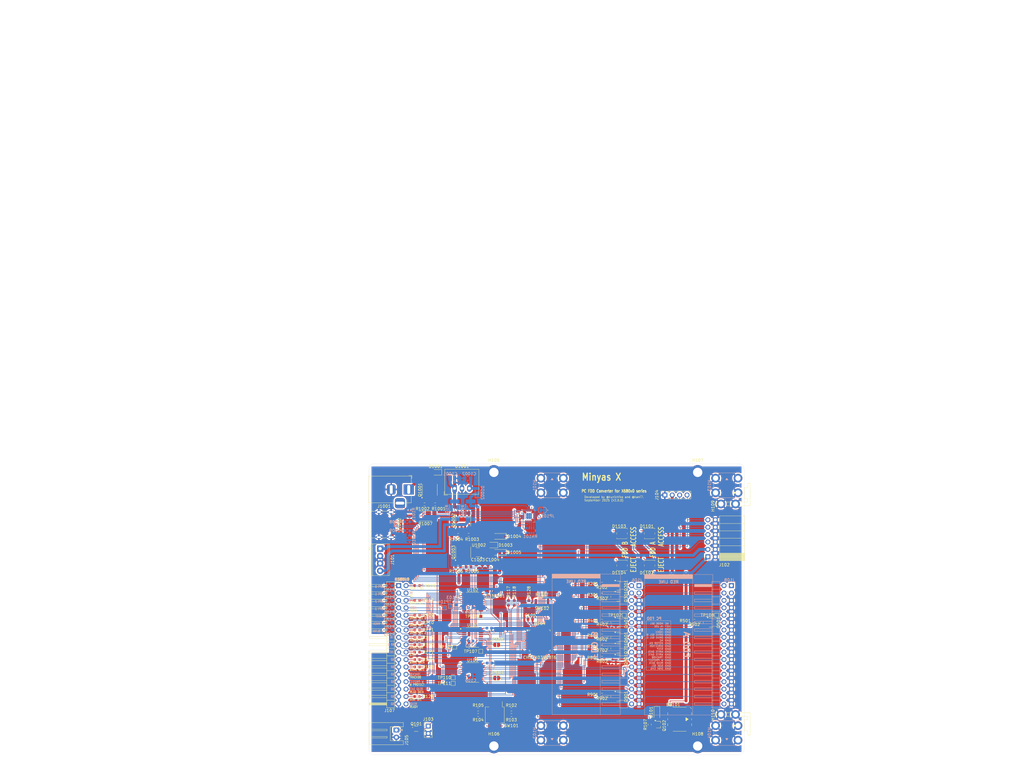
<source format=kicad_pcb>
(kicad_pcb (version 20241229) (generator "pcbnew") (generator_version "9.0")
  (layers (0 "F.Cu" signal) (4 "In1.Cu" power) (6 "In2.Cu" power) (2 "B.Cu" signal) (13 "F.Paste" user) (15 "B.Paste" user) (5 "F.SilkS" user "F.Silkscreen") (7 "B.SilkS" user "B.Silkscreen") (1 "F.Mask" user) (3 "B.Mask" user) (25 "Edge.Cuts" user))
  (net 0 "")
  (net 1 "GND")
  (net 2 "/READY")
  (net 3 "/WRITE_GATE")
  (net 4 "/ERR_DISK")
  (net 5 "/OPTION_SELECT_1")
  (net 6 "/MOTOR_ON")
  (net 7 "/OPTION_SELECT_0")
  (net 8 "/INDEX")
  (net 9 "/DIRECTION")
  (net 10 "/EJECT_MASK")
  (net 11 "/WRITE_PROTECT")
  (net 12 "/SIDE_SELECT")
  (net 13 "/OPTION_SELECT_3")
  (net 14 "/OPTION_SELECT_2")
  (net 15 "/DRIVE_SELECT_1")
  (net 16 "/DISK_IN")
  (net 17 "/DRIVE_SELECT_3")
  (net 18 "/EJECT")
  (net 19 "/DISK_TYPE_SELECT")
  (net 20 "/TRACK_00")
  (net 21 "/DRIVE_SELECT_0")
  (net 22 "/DRIVE_SELECT_2")
  (net 23 "/WRITE_DATA")
  (net 24 "/LED_BLINK")
  (net 25 "/READ_DATA")
  (net 26 "/STEP")
  (net 27 "/MODE_SELECT_DOSV")
  (net 28 "/DISK_CHANGE_DOSV")
  (net 29 "/BUZZER")
  (net 30 "/LED_DATA")
  (net 31 "VDD_MCU")
  (net 32 "Net-(D101-A)")
  (net 33 "VDD_FDDIF")
  (net 34 "/+12V_FDD_S")
  (net 35 "Net-(D1002-A)")
  (net 36 "/VBUS")
  (net 37 "Net-(D1005-A)")
  (net 38 "Net-(D1001-A)")
  (net 39 "/+5V_FDD_S")
  (net 40 "Net-(D1101-DOUT)")
  (net 41 "Net-(D1102-DOUT)")
  (net 42 "Net-(D1103-DOUT)")
  (net 44 "+5V_FDD")
  (net 45 "+12V_FDD")
  (net 46 "/I2C_SDA")
  (net 47 "/I2C_SCL")
  (net 48 "/CONTROLLER_OPTION")
  (net 49 "/X68k_PWR")
  (net 50 "Net-(J105-Pin_1)")
  (net 51 "/FDD_INT")
  (net 52 "/STEP_DOSV")
  (net 53 "/SIDE_SELECT_DOSV")
  (net 54 "/TRACK_00_DOSV")
  (net 55 "/WRITE_GATE_DOSV")
  (net 56 "/MOTOR_ON_DOSV")
  (net 57 "/INDEX_DOSV")
  (net 58 "/READ_DATA_DOSV")
  (net 59 "/WRITE_PROTECT_DOSV")
  (net 60 "/DIRECTION_DOSV")
  (net 61 "/DRIVE_SELECT_DOSV_1_A")
  (net 62 "/IN_USE_DOSV")
  (net 63 "/WRITE_DATA_DOSV")
  (net 68 "/DRIVE_SELECT_DOSV_1_B")
  (net 69 "Net-(J108-Pin_10)")
  (net 70 "Net-(J1001-Pad1)")
  (net 71 "/+12V_EXT_DET")
  (net 72 "/USB_D+")
  (net 73 "/VBUS_S")
  (net 75 "/USB_D-")
  (net 76 "Net-(J106-Pin_10)")
  (net 79 "Net-(JP101-A)")
  (net 80 "Net-(JP102-A)")
  (net 81 "Net-(JP103-A)")
  (net 82 "Net-(Q201-G)")
  (net 83 "Net-(Q301-G)")
  (net 84 "Net-(Q401-G)")
  (net 85 "Net-(Q501-G)")
  (net 86 "Net-(Q601-G)")
  (net 87 "Net-(Q701-G)")
  (net 88 "Net-(Q801-G)")
  (net 89 "Net-(Q901-G)")
  (net 90 "Net-(Q1001A-S2)")
  (net 91 "Net-(Q1001A-G2)")
  (net 92 "Net-(Q1002A-S2)")
  (net 93 "Net-(Q1002A-G2)")
  (net 94 "Net-(Q1003A-G2)")
  (net 95 "Net-(Q1003A-S2)")
  (net 96 "/DIPSW_DS0")
  (net 97 "/DIPSW_DS1")
  (net 98 "/DIPSW_MODESEL_POL")
  (net 99 "Net-(U104-PA21)")
  (net 100 "/MODE_SELECT_DOSV_MCU")
  (net 101 "/IN_USE_DOSV_MCU")
  (net 102 "/DRIVE_SELECT_DOSV_A_MCU")
  (net 103 "/DRIVE_SELECT_DOSV_B_MCU")
  (net 104 "/MOTOR_ON_DOSV_MCU")
  (net 105 "/DIRECTION_DOSV_MCU")
  (net 106 "/STEP_DOSV_MCU")
  (net 107 "/SIDE_SELECT_MCU")
  (net 108 "/+12V_EXT_ENABLE_n")
  (net 109 "/+12V_ENABLE_n")
  (net 110 "/+5V_ENABLE_n")
  (net 111 "/CC1")
  (net 112 "/CC2")
  (net 113 "Net-(RN101-R2.1)")
  (net 114 "Net-(RN101-R1.1)")
  (net 115 "/DIPSW_12V_REQ")
  (net 116 "Net-(U102-IO1)")
  (net 117 "Net-(U102-IO9)")
  (net 118 "Net-(U102-IO8)")
  (net 119 "Net-(U102-IO6)")
  (net 120 "Net-(U102-IO7)")
  (net 121 "Net-(U103-IO6)")
  (net 122 "Net-(U103-IO7)")
  (net 123 "Net-(U105-IO8)")
  (net 124 "Net-(U105-IO7)")
  (net 125 "Net-(RN101-R3.1)")
  (net 126 "Net-(RN101-R4.1)")
  (net 127 "/DRIVE_SELECT_B")
  (net 128 "/GP_ENABLE")
  (net 129 "/READY_MCU_B")
  (net 130 "/DRIVE_SELECT_A")
  (net 131 "/READY_MCU_A")
  (net 132 "/OPTION_SELECT_A")
  (net 133 "/OPTION_SELECT_B")
  (net 140 "Net-(J1002-CC2)")
  (net 141 "Net-(J1002-CC1)")
  (footprint "Resistor_SMD:R_0603_1608Metric" (layer "F.Cu") (at 119 94.825 -90)
    (property "Reference" "R117")
    (property "Value" "2.2k")
  )
  (footprint "x68k-lib:SK6812MINI-HS" (layer "F.Cu") (at 167.5 71)
    (property "Reference" "D1101")
    (property "Value" "SK6812MINI")
  )
  (footprint "Resistor_SMD:R_0603_1608Metric" (layer "F.Cu") (at 108.585 133.35 180)
    (property "Reference" "R104")
    (property "Value" "10K")
  )
  (footprint "Resistor_SMD:R_2512_6332Metric_Pad1.40x3.35mm_HandSolder" (layer "F.Cu") (at 90.5 65 180)
    (property "Reference" "R1007")
    (property "Value" "R100 (0.1Ω)")
  )
  (footprint "Resistor_SMD:R_0603_1608Metric" (layer "F.Cu") (at 87.63 106.68 180)
    (property "Reference" "R119")
    (property "Value" "1K")
  )
  (footprint "Resistor_SMD:R_0603_1608Metric" (layer "F.Cu") (at 151.13 100.965)
    (property "Reference" "R401")
    (property "Value" "100")
  )
  (footprint "Resistor_SMD:R_0603_1608Metric" (layer "F.Cu") (at 121 94.825 -90)
    (property "Reference" "R118")
    (property "Value" "2.2k")
  )
  (footprint "Package_SO:SOIC-8_3.9x4.9mm_P1.27mm" (layer "F.Cu") (at 92 56 90)
    (property "Reference" "Q1001")
    (property "Value" "FDS4935A")
  )
  (footprint "Resistor_SMD:R_0603_1608Metric" (layer "F.Cu") (at 151.13 109.855)
    (property "Reference" "R701")
    (property "Value" "100")
  )
  (footprint "Package_TO_SOT_SMD:SOT-23" (layer "F.Cu") (at 156.845 110.49)
    (property "Reference" "Q701")
    (property "Value" "BSS138")
  )
  (footprint "Package_TO_SOT_SMD:SOT-23" (layer "F.Cu") (at 188.595 101.6)
    (property "Reference" "Q501")
    (property "Value" "BSS138")
  )
  (footprint "Resistor_SMD:R_0603_1608Metric" (layer "F.Cu") (at 182.88 100.965)
    (property "Reference" "R501")
    (property "Value" "100")
  )
  (footprint "TestPoint:TestPoint_Pad_1.0x1.0mm" (layer "F.Cu") (at 109.5 111.5)
    (property "Reference" "TP107")
    (property "Value" "TestPoint")
  )
  (footprint "x68k-lib:SK6812MINI-HS" (layer "F.Cu") (at 158 82)
    (property "Reference" "D1104")
    (property "Value" "SK6812MINI")
  )
  (footprint "TestPoint:TestPoint_Pad_1.0x1.0mm" (layer "F.Cu") (at 158.75 99.06)
    (property "Reference" "TP102")
    (property "Value" "TestPoint")
  )
  (footprint "Resistor_SMD:R_0603_1608Metric" (layer "F.Cu") (at 87.63 99.06 180)
    (property "Reference" "R109")
    (property "Value" "1K")
  )
  (footprint "Resistor_SMD:R_0603_1608Metric" (layer "F.Cu") (at 153.67 114.3 90)
    (property "Reference" "R802")
    (property "Value" "100")
  )
  (footprint "TestPoint:TestPoint_Pad_1.0x1.0mm" (layer "F.Cu") (at 100.5 110)
    (property "Reference" "TP109")
    (property "Value" "TestPoint")
  )
  (footprint "Resistor_SMD:R_0603_1608Metric" (layer "F.Cu") (at 153.67 101.6 90)
    (property "Reference" "R402")
    (property "Value" "100")
  )
  (footprint "TestPoint:TestPoint_Pad_1.0x1.0mm" (layer "F.Cu") (at 190.5 99.06)
    (property "Reference" "TP108")
    (property "Value" "TestPoint")
  )
  (footprint "Resistor_SMD:R_0603_1608Metric" (layer "F.Cu") (at 153.67 106.68 90)
    (property "Reference" "R602")
    (property "Value" "100")
  )
  (footprint "Package_SO:TSSOP-20_4.4x6.5mm_P0.65mm" (layer "F.Cu") (at 106.68 118.745)
    (property "Reference" "U105")
    (property "Value" "SLG46826G(V2)")
  )
  (footprint "Resistor_SMD:R_0603_1608Metric" (layer "F.Cu") (at 87.63 109.22 180)
    (property "Reference" "R120")
    (property "Value" "1K")
  )
  (footprint "Resistor_SMD:R_0603_1608Metric" (layer "F.Cu") (at 105.325 82.475)
    (property "Reference" "R1005")
    (property "Value" "100k")
  )
  (footprint "x68k-lib:PCB_WeldingTerminal_M3_L-angle_PCB-54R" (layer "F.Cu") (at 197 137)
    (property "Reference" "H110")
    (property "Value" "MountingHole_Pad")
  )
  (footprint "Capacitor_SMD:C_0805_2012Metric_Pad1.18x1.45mm_HandSolder" (layer "F.Cu") (at 113 81.475 180)
    (property "Reference" "C1004")
    (property "Value" "2.2uF 25V")
  )
  (footprint "Connector_USB:USB_C_Receptacle_G-Switch_GT-USB-7010ASV" (layer "F.Cu") (at 75.565 67.945 -90)
    (property "Reference" "J1002")
    (property "Value" "USB_C_Receptacle_USB2.0_16P")
  )
  (footprint "TestPoint:TestPoint_Pad_1.0x1.0mm" (layer "F.Cu") (at 100 122.5)
    (property "Reference" "TP111")
    (property "Value" "TestPoint")
  )
  (footprint "Resistor_SMD:R_0603_1608Metric" (layer "F.Cu") (at 120.015 131.445)
    (property "Reference" "R102")
    (property "Value" "10K")
  )
  (footprint "Resistor_SMD:R_0603_1608Metric" (layer "F.Cu") (at 90.175 61)
    (property "Reference" "R1002")
    (property "Value" "10k")
  )
  (footprint "x68k-lib:MountingHole_3.2mm_M3_Pad_Small" (layer "F.Cu") (at 114 50)
    (property "Reference" "H105")
    (property "Value" "MountingHole_Pad")
  )
  (footprint "Resistor_SMD:R_0603_1608Metric" (layer "F.Cu") (at 87.63 114.3 180)
    (property "Reference" "R127")
    (property "Value" "1K")
  )
  (footprint "Resistor_SMD:R_0603_1608Metric" (layer "F.Cu") (at 101.745 71.5)
    (property "Reference" "R1004")
    (property "Value" "10k")
  )
  (footprint "x68k-lib:SK6812MINI-HS" (layer "F.Cu") (at 167.5 82)
    (property "Reference" "D1102")
    (property "Value" "SK6812MINI")
  )
  (footprint "Jumper:SolderJumper-2_P1.3mm_Open_RoundedPad1.0x1.5mm" (layer "F.Cu") (at 114.95 109.22)
    (property "Reference" "JP102")
    (property "Value" "Jumper_2_Small_Open")
  )
  (footprint "Package_TO_SOT_SMD:SOT-23" (layer "F.Cu") (at 156.845 101.6)
    (property "Reference" "Q401")
    (property "Value" "BSS138")
  )
  (footprint "x68k-lib:UGCT7525AN4" (layer "F.Cu") (at 177.8 134.8)
    (property "Reference" "BZ101")
    (property "Value" "Speaker")
  )
  (footprint "Resistor_SMD:R_0603_1608Metric" (layer "F.Cu") (at 87.63 111.76 180)
    (property "Reference" "R121")
    (property "Value" "1K")
  )
  (footprint "x68k-lib:MountingHole_3.2mm_M3_Pad_Small" (layer "F.Cu") (at 184 144)
    (property "Reference" "H108")
    (property "Value" "MountingHole_Pad")
  )
  (footprint "Diode_SMD:D_SOD-123F" (layer "F.Cu") (at 170 132.64 -90)
    (property "Reference" "D101")
    (property "Value" "SS2040FL")
  )
  (footprint "Button_Switch_SMD:SW_DIP_SPSTx04_Slide_Copal_CHS-04B_W7.62mm_P1.27mm" (layer "F.Cu") (at 114.3 133.35 -90)
    (property "Reference" "SW101")
    (property "Value" "SW_DIP_x04")
  )
  (footprint "Resistor_SMD:R_0603_1608Metric" (layer "F.Cu") (at 105.325 71.5)
    (property "Reference" "R1003")
    (property "Value" "100k")
  )
  (footprint "Resistor_SMD:R_0603_1608Metric" (layer "F.Cu") (at 153.67 110.49 90)
    (property "Reference" "R702")
    (property "Value" "100")
  )
  (footprint "Resistor_SMD:R_0603_1608Metric" (layer "F.Cu") (at 151.13 106.045)
    (property "Reference" "R601")
    (property "Value" "100")
  )
  (footprint "x68k-lib:SK6812MINI-HS" (layer "F.Cu") (at 158 71)
    (property "Reference" "D1103")
    (property "Value" "SK6812MINI")
  )
  (footprint "Resistor_SMD:R_0603_1608Metric" (layer "F.Cu") (at 93.825 61)
    (property "Reference" "R1001")
    (property "Value" "100k")
  )
  (footprint "Package_TO_SOT_SMD:SOT-23" (layer "F.Cu") (at 156.845 106.68)
    (property "Reference" "Q601")
    (property "Value" "BSS138")
  )
  (footprint "Package_TO_SOT_SMD:SOT-23" (layer "F.Cu") (at 156.845 88.9)
    (property "Reference" "Q201")
    (property "Value" "BSS138")
  )
  (footprint "Converter_DCDC:Converter_DCDC_RECOM_R-78E-0.5_THT" (layer "F.Cu") (at 100.5 55.5)
    (property "Reference" "U1001")
    (property "Value" "K7805M-1000R3")
  )
  (footprint "Resistor_SMD:R_0603_1608Metric" (layer "F.Cu") (at 185.42 101.6 90)
    (property "Reference" "R502")
    (property "Value" "100")
  )
  (footprint "TestPoint:TestPoint_Pad_1.0x1.0mm" (layer "F.Cu") (at 109.5 99.5)
    (property "Reference" "TP105")
    (property "Value" "TestPoint")
  )
  (footprint "Connector_BarrelJack:BarrelJack_Horizontal" (layer "F.Cu") (at 84.74 55.88)
    (property "Reference" "J1001")
    (property "Value" "Barrel_Jack_Switch")
  )
  (footprint "Package_TO_SOT_SMD:SOT-23" (layer "F.Cu") (at 156.845 92.71)
    (property "Reference" "Q301")
    (property "Value" "BSS138")
  )
  (footprint "Resistor_SMD:R_0603_1608Metric" (layer "F.Cu") (at 87.63 88.9 180)
    (property "Reference" "R108")
    (property "Value" "1K")
  )
  (footprint "Resistor_SMD:R_0603_1608Metric" (layer "F.Cu") (at 153.67 92.71 90)
    (property "Reference" "R302")
    (property "Value" "100")
  )
  (footprint "Connector_PinSocket_2.54mm:PinSocket_2x06_P2.54mm_Horizontal" (layer "F.Cu") (at 187.5 79 180)
    (property "Reference" "J102")
    (property "Value" "Conn_02x06_Odd_Even")
  )
  (footprint "Diode_SMD:D_SOD-123" (layer "F.Cu") (at 115.85 77.5 180)
    (property "Reference" "D1005")
    (property "Value" "1N60PW")
  )
  (footprint "Jumper:SolderJumper-2_P1.3mm_Open_RoundedPad1.0x1.5mm" (layer "F.Cu") (at 114.95 120.65)
    (property "Reference" "JP103")
    (property "Value" "Jumper_2_Small_Open")
  )
  (footprint "Connector_JST:JST_XH_S2B-XH-A_1x02_P2.50mm_Horizontal" (layer "F.Cu") (at 80.5 138.5 -90)
    (property "Reference" "J105")
    (property "Value" "Conn_01x02")
  )
  (footprint "Package_TO_SOT_SMD:SOT-523" (layer "F.Cu") (at 87.31375 138.0875)
    (property "Reference" "Q101")
    (property "Value" "DTC143Z")
  )
  (footprint "Capacitor_SMD:C_0805_2012Metric_Pad1.18x1.45mm_HandSolder" (layer "F.Cu") (at 109 81.475)
    (property "Reference" "C1003")
    (property "Value" "2.2uF 25V")
  )
  (footprint "x68k-lib:MountingHole_3.2mm_M3_Pad_Small" (layer "F.Cu") (at 114 144)
    (property "Reference" "H106")
    (property "Value" "MountingHole_Pad")
  )
  (footprint "x68k-lib:PinHeader_2x17_P2.54mm_Horizontal_Mirror" (layer "F.Cu") (at 83.82 129.54 180)
    (property "Reference" "J107")
    (property "Value" "Conn_02x17_Odd_Even")
  )
  (footprint "Resistor_SMD:R_0603_1608Metric" (layer "F.Cu") (at 151.13 126.365)
    (property "Reference" "R901")
    (property "Value" "100")
  )
  (footprint "Resistor_SMD:R_0603_1608Metric" (layer "F.Cu") (at 153.67 127 90)
    (property "Reference" "R902")
    (property "Value" "100")
  )
  (footprint "TestPoint:TestPoint_Pad_1.0x1.0mm" (layer "F.Cu") (at 112 92.5)
    (property "Reference" "TP101")
    (property "Value" "TestPoint")
  )
  (footprint "Package_SO:SOIC-8_3.9x4.9mm_P1.27mm" (layer "F.Cu") (at 103.5 77.475 90)
    (property "Reference" "Q1003")
    (property "Value" "FDS4935A")
  )
  (footprint "Package_TO_SOT_SMD:SOT-23" (layer "F.Cu") (at 108.5 77.475 180)
    (property "Reference" "U1002")
    (property "Value" "MCP1792x-5002xCB")
  )
  (footprint "Package_SO:SOIC-8_3.9x4.9mm_P1.27mm" (layer "F.Cu") (at 103.5 66.5 90)
    (property "Reference" "Q1002")
    (property "Value" "FDS4935A")
  )
  (footprint "TestPoint:TestPoint_Pad_1.0x1.0mm" (layer "F.Cu") (at 100 120.5)
    (property "Reference" "TP110")
    (property "Value" "TestPoint")
  )
  (footprint "Resistor_SMD:R_0603_1608Metric" (layer "F.Cu") (at 151.13 92.075)
    (property "Reference" "R301")
    (property "Value" "100")
  )
  (footprint "Diode_SMD:D_SOD-123" (layer "F.Cu") (at 115.85 72 180)
    (property "Reference" "D1004")
    (property "Value" "1N60PW")
  )
  (footprint "Resistor_SMD:R_0603_1608Metric" (layer "F.Cu") (at 87.63 101.6 180)
    (property "Reference" "R110")
    (property "Value" "1K")
  )
  (footprint "Resistor_SMD:R_0603_1608Metric" (layer "F.Cu") (at 87.63 127 180)
    (property "Reference" "R122")
    (property "Value" "1K")
  )
  (footprint "x68k-lib:CUHS20S30 (US2H)" (layer "F.Cu") (at 94.4 49.975 180)
    (property "Reference" "D1001")
    (property "Value" "CUHS20S30")
  )
  (footprint "Resistor_SMD:R_0603_1608Metric" (layer "F.Cu") (at 87.63 93.98 180)
    (property "Reference" "R112")
    (property "Value" "1K")
  )
  (footprint "x68k-lib:MountingHole_3.2mm_M3_Pad_Small" (layer "F.Cu") (at 184 50)
    (property "Reference" "H107")
    (property "Value" "MountingHole_Pad")
  )
  (footprint "Resistor_SMD:R_0603_1608Metric" (layer "F.Cu") (at 120.015 133.35)
    (property "Reference" "R103")
    (property "Value" "10K")
  )
  (footprint "Package_TO_SOT_SMD:SOT-23" (layer "F.Cu") (at 156.845 114.3)
    (property "Reference" "Q801")
    (property "Value" "BSS138")
  )
  (footprint "Resistor_SMD:R_0603_1608Metric" (layer "F.Cu") (at 151.13 113.665)
    (property "Reference" "R801")
    (property "Value" "100")
  )
  (footprint "Connector_PinHeader_2.54mm:PinHeader_1x02_P2.54mm_Vertical" (layer "F.Cu") (at 91.44 137.155)
    (property "Reference" "J103")
    (property "Value" "Conn_01x02")
  )
  (footprint "Resistor_SMD:R_0603_1608Metric" (layer "F.Cu") (at 126 94.825 -90)
    (property "Reference" "R128")
    (property "Value" "1k")
  )
  (footprint "Resistor_SMD:R_0603_1608Metric" (layer "F.Cu") (at 167.5 136.64 -90)
    (property "Reference" "R107")
    (property "Value" "10K")
  )
  (footprint "TerminalBlock_Phoenix:TerminalBlock_Phoenix_MPT-0,5-4-2.54_1x04_P2.54mm_Horizontal" (layer "F.Cu") (at 74.93 76.2 -90)
    (property "Reference" "J101")
    (property "Value" "4pin")
  )
  (footprint "Resistor_SMD:R_0603_1608Metric" (layer "F.Cu") (at 153.67 88.9 90)
    (property "Reference" "R202")
    (property "Value" "100")
  )
  (footprint "Resistor_SMD:R_0603_1608Metric" (layer "F.Cu") (at 151.13 88.265)
    (property "Reference" "R201")
    (property "Value" "100")
  )
  (footprint "Capacitor_SMD:C_0603_1608Metric" (layer "F.Cu") (at 126.5 100.5)
    (property "Reference" "C105")
    (property "Value" "0.1uF")
  )
  (footprint "Button_Switch_SMD:SW_Push_SPST_NO_Alps_SKRK" (layer "F.Cu") (at 130.5 94.5 180)
    (property "Reference" "SW102")
    (property "Value" "RESET")
  )
  (footprint "Package_SO:TSSOP-20_4.4x6.5mm_P0.65mm" (layer "F.Cu") (at 106.68 106.68)
    (property "Reference" "U103")
    (property "Value" "SLG46826G(V2)")
  )
  (footprint "Package_TO_SOT_SMD:SOT-323_SC-70" (layer "F.Cu") (at 170.5 136.64)
    (property "Reference" "Q102")
    (property "Value" "2SC2712")
  )
  (footprint "x68k-lib:PCB_WeldingTerminal_M3_L-angle_PCB-54L" (layer "F.Cu") (at 197 57)
    (property "Reference" "H109")
    (property "Value" "MountingHole_Pad")
  )
  (footprint "Resistor_SMD:R_0603_1608Metric" (layer "F.Cu") (at 108.585 131.445 180)
    (property "Reference" "R105")
    (property "Value" "10K")
  )
  (footprint "Resistor_SMD:R_0603_1608Metric" (layer "F.Cu") (at 87.63 116.84 180)
    (property "Reference" "R126")
    (property "Value" "1K")
  )
  (footprint "Resistor_SMD:R_0603_1608Metric" (layer "F.Cu") (at 87.63 104.14 180)
    (property "Reference" "R111")
    (property "Value" "1K")
  )
  (footprint "Connector_PinSocket_2.54mm:PinSocket_1x04_P2.54mm_Vertical" (layer "F.Cu") (at 172.72 57.785 90)
    (property "Reference" "J104")
    (property "Value" "Conn_01x04")
  )
  (footprint "Resistor_SMD:R_0603_1608Metric" (layer "F.Cu") (at 101.675 82.475)
    (property "Reference" "R1006")
    (property "Value" "10k")
  )
  (footprint "Package_QFP:LQFP-48_7x7mm_P0.5mm" (layer "F.Cu") (at 129.75 107.75)
    (property "Reference" "U104")
    (property "Value" "CH32X035C8T6")
  )
  (footprint "Package_SO:TSSOP-20_4.4x6.5mm_P0.65mm" (layer "F.Cu") (at 106.68 94.615)
    (property "Reference" "U102")
    (property "Value" "SLG46826G(V2)")
  )
  (footprint "Package_TO_SOT_SMD:SOT-23" (layer "F.Cu") (at 156.845 127)
    (property "Reference" "Q901")
    (property "Value" "BSS138")
  )
  (footprint "x68k-lib:CUHS20S30 (US2H)" (layer "F.Cu") (at 113.6 75 180)
    (property "Reference" "D1003")
    (property "Value" "CUHS20S30")
  )
  (footprint "Capacitor_SMD:C_0805_2012Metric_Pad1.18x1.45mm_HandSolder" (layer "B.Cu") (at 105 52.05 180)
    (property "Reference" "C1002")
    (property "Value" "22uF 25V")
  )
  (footprint "Resistor_SMD:R_0603_1608Metric" (layer "B.Cu") (at 78.105 101.6)
    (property "Reference" "R124")
    (property "Value" "1K")
  )
  (footprint "x68k-lib:PCB_WeldingTerminal_M3_L-angle" (layer "B.Cu") (at 134 52 90)
    (property "Reference" "H101")
    (property "Value" "MountingHole_Pad")
  )
  (footprint "Resistor_SMD:R_0603_1608Metric" (layer "B.Cu") (at 78.105 104.14)
    (property "Reference" "R125")
    (property "Value" "1K")
  )
  (footprint "Resistor_SMD:R_0603_1608Metric" (layer "B.Cu") (at 85 72.5 -90)
    (property "Reference" "R1010")
    (property "Value" "5.1k")
  )
  (footprint "Capacitor_SMD:C_0603_1608Metric" (layer "B.Cu") (at 106.045 96.52)
    (property "Reference" "C101")
    (property "Value" "0.1uF")
  )
  (footprint "Resistor_SMD:R_0603_1608Metric" (layer "B.Cu") (at 78.105 96.52)
    (property "Reference" "R116")
    (property "Value" "1K")
  )
  (footprint "Connector_PinHeader_2.54mm:PinHeader_2x17_P2.54mm_Horizontal" (layer "B.Cu") (at 195.58 88.9 180)
    (property "Reference" "J108")
    (property "Value" "Conn_02x17_Odd_Even")
  )
  (footprint "Capacitor_SMD:C_0603_1608Metric" (layer "B.Cu") (at 106 120)
    (property "Reference" "C106")
    (property "Value" "0.1uF")
  )
  (footprint "Capacitor_SMD:C_0603_1608Metric" (layer "B.Cu") (at 106.045 107.95)
    (property "Reference" "C103")
    (property "Value" "0.1uF")
  )
  (footprint "Resistor_SMD:R_0603_1608Metric" (layer "B.Cu") (at 78.105 91.44)
    (property "Reference" "R114")
    (property "Value" "1K")
  )
  (footprint "Resistor_SMD:R_2512_6332Metric_Pad1.40x3.35mm_HandSolder" (layer "B.Cu") (at 106 63.05 -90)
    (property "Reference" "R106")
    (property "Value" "R100 (0.1Ω)")
  )
  (footprint "Resistor_SMD:R_0603_1608Metric" (layer "B.Cu") (at 84.25 70)
    (property "Reference" "R1009")
    (property "Value" "220")
  )
  (footprint "Resistor_SMD:R_0603_1608Metric" (layer "B.Cu") (at 85 64.5 90)
    (property "Reference" "R1011")
    (property "Value" "5.1k")
  )
  (footprint "Jumper:SolderJumper-2_P1.3mm_Bridged_RoundedPad1.0x1.5mm" (layer "B.Cu") (at 130.65 63)
    (property "Reference" "JP101")
    (property "Value" "Jumper_2_Small_Bridged")
  )
  (footprint "Resistor_SMD:R_0603_1608Metric" (layer "B.Cu") (at 78.105 99.06)
    (property "Reference" "R123")
    (property "Value" "1K")
  )
  (footprint "TestPoint:TestPoint_Pad_1.0x1.0mm" (layer "B.Cu") (at 99 96 180)
    (property "Reference" "TP104")
    (property "Value" "TestPoint")
  )
  (footprint "Connector_PinHeader_2.54mm:PinHeader_2x17_P2.54mm_Horizontal" (layer "B.Cu") (at 163.83 88.9 180)
    (property "Reference" "J106")
    (property "Value" "Conn_02x17_Odd_Even")
  )
  (footprint "Resistor_SMD:R_2512_6332Metric_Pad1.40x3.35mm_HandSolder" (layer "B.Cu") (at 100.5 63.05 -90)
    (property "Reference" "R101")
    (property "Value" "R100 (0.1Ω)")
  )
  (footprint "Resistor_SMD:R_Array_Concave_4x0603" (layer "B.Cu") (at 126.5 70 -90)
    (property "Reference" "RN101")
    (property "Value" "4.7k x4")
  )
  (footprint "TestPoint:TestPoint_Pad_1.0x1.0mm" (layer "B.Cu") (at 97 96.5 180)
    (property "Reference" "TP106")
    (property "Value" "TestPoint")
  )
  (footprint "x68k-lib:PCB_WeldingTerminal_M3_L-angle" (layer "B.Cu") (at 194 142 -90)
    (property "Reference" "H104")
    (property "Value" "MountingHole_Pad")
  )
  (footprint "Resistor_SMD:R_0603_1608Metric" (layer "B.Cu") (at 78.105 93.98)
    (property "Reference" "R115")
    (property "Value" "1K")
  )
  (footprint "x68k-lib:CUHS20S30 (US2H)" (layer "B.Cu") (at 108.5 57 90)
    (property "Reference" "D1002")
    (property "Value" "CUHS20S30")
  )
  (footprint "TestPoint:TestPoint_Pad_1.0x1.0mm" (layer "B.Cu") (at 101 95.5 180)
    (property "Reference" "TP103")
    (property "Value" "TestPoint")
  )
  (footprint "x68k-lib:PCB_WeldingTerminal_M3_L-angle" (layer "B.Cu") (at 194 52 90)
    (property "Reference" "H103")
    (property "Value" "MountingHole_Pad")
  )
  (footprint "Capacitor_SMD:C_1206_3216Metric_Pad1.33x1.80mm_HandSolder" (layer "B.Cu") (at 100.5 52.05)
    (property "Reference" "C1001")
    (property "Value" "4.7uF 50V")
  )
  (footprint "Package_DFN_QFN:QFN-16-1EP_4x4mm_P0.65mm_EP2.1x2.1mm_ThermalVias" (layer "B.Cu") (at 126 65 -90)
    (property "Reference" "U101")
    (property "Value" "INA3221AIRGVR")
  )
  (footprint "x68k-lib:PCB_WeldingTerminal_M3_L-angle" (layer "B.Cu") (at 134 142 -90)
    (property "Reference" "H102")
    (property "Value" "MountingHole_Pad")
  )
  (footprint "Capacitor_SMD:C_0603_1608Metric" (layer "B.Cu") (at 112.395 103.505)
    (property "Reference" "C104")
    (property "Value" "0.1uF")
  )
  (footprint "Resistor_SMD:R_0603_1608Metric" (layer "B.Cu") (at 78.105 88.9)
    (property "Reference" "R113")
    (property "Value" "1K")
  )
  (footprint "Resistor_SMD:R_0603_1608Metric" (layer "B.Cu") (at 84.25 67)
    (property "Reference" "R1008")
    (property "Value" "220")
  )
  (footprint "Capacitor_SMD:C_0603_1608Metric" (layer "B.Cu") (at 112.5 115.5)
    (property "Reference" "C107")
    (property "Value" "0.1uF")
  )
  (footprint "Capacitor_SMD:C_0603_1608Metric" (layer "B.Cu") (at 112.395 91.44)
    (property "Reference" "C102")
    (property "Value" "0.1uF")
  )
  (gr_rect (start 165.735 85.09) (end 182.245 86.51875) (stroke (width 0.1)) (fill yes) (layer "B.SilkS"))
  (gr_line (start 182.245 133.35) (end 182.245 85.09) (stroke (width 0.1)) (layer "B.SilkS"))
  (gr_rect (start 166.368 100.991) (end 174.75 118.009) (stroke (width 0.1)) (fill no) (layer "B.SilkS"))
  (gr_rect (start 165.735 85.09) (end 189.23 133.35) (stroke (width 0.1)) (fill no) (layer "B.SilkS"))
  (gr_rect (start 133.985 84.93125) (end 157.48 133.19125) (stroke (width 0.1)) (fill no) (layer "B.SilkS"))
  (gr_rect (start 133.985 84.93125) (end 150.495 86.36) (stroke (width 0.1)) (fill yes) (layer "B.SilkS"))
  (gr_line (start 150.495 133.19125) (end 150.495 84.93125) (stroke (width 0.1)) (layer "B.SilkS"))
  (gr_arc (start 71 111.5) (mid 71.146447 111.146447) (end 71.5 111) (stroke (width 0.05)) (layer "Edge.Cuts"))
  (gr_line (start 198 147) (end 73 147) (stroke (width 0.05)) (layer "Edge.Cuts"))
  (gr_line (start 200 49) (end 200 145) (stroke (width 0.05)) (layer "Edge.Cuts"))
  (gr_line (start 71.5 106.5) (end 77 106.5) (stroke (width 0.05)) (layer "Edge.Cuts"))
  (gr_arc (start 200 145) (mid 199.414214 146.414214) (end 198 147) (stroke (width 0.05)) (layer "Edge.Cuts"))
  (gr_arc (start 77 106.5) (mid 77.353553 106.646447) (end 77.5 107) (stroke (width 0.05)) (layer "Edge.Cuts"))
  (gr_line (start 77.5 107) (end 77.5 110.5) (stroke (width 0.05)) (layer "Edge.Cuts"))
  (gr_arc (start 198 47) (mid 199.414214 47.585786) (end 200 49) (stroke (width 0.05)) (layer "Edge.Cuts"))
  (gr_arc (start 77.5 110.5) (mid 77.353553 110.853553) (end 77 111) (stroke (width 0.05)) (layer "Edge.Cuts"))
  (gr_line (start 71 145) (end 71 111.5) (stroke (width 0.05)) (layer "Edge.Cuts"))
  (gr_line (start 73 47) (end 198 47) (stroke (width 0.05)) (layer "Edge.Cuts"))
  (gr_arc (start 73 147) (mid 71.585786 146.414214) (end 71 145) (stroke (width 0.05)) (layer "Edge.Cuts"))
  (gr_line (start 71 106) (end 71 49) (stroke (width 0.05)) (layer "Edge.Cuts"))
  (gr_arc (start 71 49) (mid 71.585786 47.585786) (end 73 47) (stroke (width 0.05)) (layer "Edge.Cuts"))
  (gr_arc (start 71.5 106.5) (mid 71.146447 106.353553) (end 71 106) (stroke (width 0.05)) (layer "Edge.Cuts"))
  (gr_line (start 71.5 111) (end 77 111) (stroke (width 0.05)) (layer "Edge.Cuts"))
  (gr_text "Developed by @kunichiko and @kani7.\nSeptember 2025 (V2.0.0)" (at 145 60 0) (layer "F.SilkS") (effects (font (size 0.7 0.7) (thickness 0.1)) (justify left bottom)))
  (gr_text "DISK T SEL\n\nNC\n\nDRIVE SEL 3\n\nINDEX\n\nDRIVE SEL 0\n\nDRIVE SEL 1\n\nDRIVE SEL 2\n\nMOTOR ON\n\nDIRECTION\n\nSTEP\n\nWRITE DATA\n\nWRITE GATE\n\nTRACK00\n\nW PROTECT\n\nREAD DATA\n\nSIDE SEL\n\nREADY\n" (at 85 131 0) (layer "F.SilkS") (effects (font (size 0.79 0.6) (thickness 0.12) (bold yes)) (justify left bottom)))
  (gr_text "PC FDD Converter for X680x0 series" (at 144 57 0) (layer "F.SilkS") (effects (font (size 1 0.8) (thickness 0.2) (bold yes)) (justify left bottom)))
  (gr_text "X680x0" (at 79.84 87.25 0) (layer "F.SilkS") (effects (font (size 0.9 0.9) (thickness 0.2) (bold yes)) (justify left bottom)))
  (gr_text "Minyas X" (at 144 53 0) (layer "F.SilkS") (effects (font (size 2.4 2) (thickness 0.4)) (justify left bottom)))
  (gr_text "FDD B\nEJECT    ACCESS" (at 163 76.5 90) (layer "F.SilkS") (effects (font (size 1.8 1.2) (thickness 0.25) (bold yes)) (justify bottom)))
  (gr_text "FDD A\nEJECT    ACCESS" (at 172.5 76.5 90) (layer "F.SilkS") (effects (font (size 1.8 1.2) (thickness 0.25) (bold yes)) (justify bottom)))
  (gr_text "PC FDD" (at 166.368 100.737 0) (layer "B.SilkS") (effects (font (size 0.9 0.9) (thickness 0.2) (bold yes)) (justify right bottom mirror)))
  (gr_text "OPT 0\n\nOPT 1\n\nOPT 2\n\nOPT 3\n\nEJECT\n\nE MASK\n\nL BLINK" (at 76 105 0) (layer "B.SilkS") (effects (font (size 0.79 0.6) (thickness 0.12) (bold yes)) (justify left bottom mirror)))
  (gr_text "FDD A" (at 179.07 109.22 270) (layer "B.SilkS") (effects (font (size 2 2) (thickness 0.4) (bold yes)) (justify bottom mirror)))
  (gr_text "MODE SEL\nIN USE\nNC\nINDEX\nDRIVE SEL 0\nDRIVE SEL 1\nNC\nMOTOR ON\nDIRECTION\nSTEP\nWRITE DATA\nWRITE GATE\nTRACK00\nW PROTECT\nREAD DATA\nSIDE SEL\nDISK CHG\n" (at 172.21 117.755 0) (layer "B.SilkS") (effects (font (size 0.6 0.6) (thickness 0.12) (bold yes)) (justify left bottom mirror)))
  (gr_text "RED LINE" (at 142.24 87.47125 0) (layer "B.SilkS") (effects (font (size 1 1) (thickness 0.2) (bold yes)) (justify mirror)))
  (gr_text "FDD B" (at 147.32 109.22 270) (layer "B.SilkS") (effects (font (size 2 2) (thickness 0.4) (bold yes)) (justify bottom mirror)))
  (gr_text "X680x0" (at 85 87.25 0) (layer "B.SilkS") (effects (font (size 0.9 0.9) (thickness 0.2) (bold yes)) (justify left bottom mirror)))
  (gr_text "RED LINE" (at 173.99 87.63 0) (layer "B.SilkS") (effects (font (size 1 1) (thickness 0.2) (bold yes)) (justify mirror)))
  (gr_text "D IN\n\nERR D\n\nF INT\n\nGND\n\nGND\n\nGND\n\nGND\n\nGND\n\nGND\n\nGND" (at 80.5 130 0) (layer "B.SilkS") (effects (font (size 0.79 0.6) (thickness 0.12) (bold yes)) (justify left bottom mirror)))
  (gr_text "NC\nKEY\nGND\nGND\nGND\nGND\nGND\nGND\nGND\nGND\nGND\nGND\nGND\nGND\nGND\nGND\nGND" (at 172.718 117.755 0) (layer "B.SilkS") (effects (font (size 0.6 0.6) (thickness 0.12) (bold yes)) (justify right bottom mirror)))
  (gr_text "DISK T SEL\n\nNC\n\nDRIVE SEL 3\n\nINDEX\n\nDRIVE SEL 0\n\nDRIVE SEL 1\n\nDRIVE SEL 2\n\nMOTOR ON\n\nDIRECTION\n\nSTEP\n\nWRITE DATA\n\nWRITE GATE\n\nTRACK00\n\nW PROTECT\n\nREAD DATA\n\nSIDE SEL\n\nREADY\n" (at 84.75 130 0) (layer "B.SilkS") (effects (font (size 0.79 0.6) (thickness 0.12) (bold yes)) (justify right bottom mirror)))
  (segment (start 152.995 107.505) (end 152.5 108) (width 0.2) (layer "F.Cu") (net 1))
  (segment (start 127.275 101.275) (end 127.275 100.5) (width 0.2) (layer "F.Cu") (net 1))
  (segment (start 103.8175 97.54) (end 105.96 97.54) (width 0.2) (layer "F.Cu") (net 1))
  (segment (start 127.275 99.775) (end 127 99.5) (width 0.2) (layer "F.Cu") (net 1))
  (segment (start 127.275 100.5) (end 127.275 99.775) (width 0.2) (layer "F.Cu") (net 1))
  (segment (start 153.67 111.315) (end 152.685 111.315) (width 0.2) (layer "F.Cu") (net 1))
  (segment (start 127.5 103.5875) (end 127.5 101.5) (width 0.2) (layer "F.Cu") (net 1))
  (segment (start 153.67 107.505) (end 152.995 107.505) (width 0.2) (layer "F.Cu") (net 1))
  (segment (start 105.96 97.54) (end 106 97.5) (width 0.2) (layer "F.Cu") (net 1))
  (segment (start 127.5 101.5) (end 127.275 101.275) (width 0.2) (layer "F.Cu") (net 1))
  (segment (start 152.685 111.315) (end 152.5 111.5) (width 0.2) (layer "F.Cu") (net 1))
  (via (at 152.5 108) (size 0.4) (drill 0.25) (layers "F.Cu" "B.Cu") (net 1))
  (via (at 105.5 110.5) (size 0.4) (drill 0.25) (layers "F.Cu" "B.Cu") (net 1))
  (via (at 132.5 63) (size 0.4) (drill 0.25) (layers "F.Cu" "B.Cu") (net 1))
  (via (at 126 61.5) (size 0.4) (drill 0.25) (layers "F.Cu" "B.Cu") (net 1))
  (via (at 112 79.5) (size 0.4) (drill 0.25) (layers "F.Cu" "B.Cu") (net 1))
  (via (at 127 99.5) (size 0.4) (drill 0.25) (layers "F.Cu" "B.Cu") (net 1))
  (via (at 106 97.5) (size 0.4) (drill 0.25) (layers "F.Cu" "B.Cu") (net 1))
  (via (at 112 83) (size 0.4) (drill 0.25) (layers "F.Cu" "B.Cu") (net 1))
  (via (at 152.5 111.5) (size 0.4) (drill 0.25) (layers "F.Cu" "B.Cu") (net 1))
  (via (at 110 79.5) (size 0.4) (drill 0.25) (layers "F.Cu" "B.Cu") (net 1))
  (via (at 110 83) (size 0.4) (drill 0.25) (layers "F.Cu" "B.Cu") (net 1))
  (segment (start 103.04 53.59) (end 102.0625 52.6125) (width 1) (layer "B.Cu") (net 1))
  (segment (start 105.5 109.27) (end 105.5 110.5) (width 0.2) (layer "B.Cu") (net 1))
  (segment (start 103.04 55.55) (end 103.04 53.59) (width 1) (layer "B.Cu") (net 1))
  (segment (start 126.325 61.825) (end 126 61.5) (width 0.2) (layer "B.Cu") (net 1))
  (segment (start 103.9625 52.6675) (end 103.04 53.59) (width 1) (layer "B.Cu") (net 1))
  (segment (start 131.3 63) (end 132.5 63) (width 0.2) (layer "B.Cu") (net 1))
  (segment (start 106 97.34) (end 106.82 96.52) (width 0.2) (layer "B.Cu") (net 1))
  (segment (start 106 97.5) (end 106 97.34) (width 0.2) (layer "B.Cu") (net 1))
  (segment (start 126.325 63.05) (end 126.325 61.825) (width 0.2) (layer "B.Cu") (net 1))
  (segment (start 106.82 107.95) (end 105.5 109.27) (width 0.2) (layer "B.Cu") (net 1))
  (segment (start 102.65 94.29) (end 102.5 94.14) (width 0.2) (layer "F.Cu") (net 2))
  (segment (start 103.8175 94.29) (end 102.65 94.29) (width 0.2) (layer "F.Cu") (net 2))
  (segment (start 93 94) (end 93 128) (width 0.2) (layer "F.Cu") (net 2))
  (via (at 93 128) (size 0.4) (drill 0.25) (layers "F.Cu" "B.Cu") (net 2))
  (via (at 93 94) (size 0.4) (drill 0.25) (layers "F.Cu" "B.Cu") (net 2))
  (via (at 102.5 94.14) (size 0.4) (drill 0.25) (layers "F.Cu" "B.Cu") (net 2))
  (segment (start 102.36 94) (end 93 94) (width 0.2) (layer "B.Cu") (net 2))
  (segment (start 102.5 94.14) (end 102.36 94) (width 0.2) (layer "B.Cu") (net 2))
  (segment (start 93 128) (end 85.36 128) (width 0.2) (layer "B.Cu") (net 2))
  (segment (start 85.36 128) (end 83.82 129.54) (width 0.2) (layer "B.Cu") (net 2))
  (segment (start 102.58 118.42) (end 102.5 118.5) (width 0.2) (layer "F.Cu") (net 3))
  (segment (start 103.8175 118.42) (end 102.58 118.42) (width 0.2) (layer "F.Cu") (net 3))
  (segment (start 86.805 116.84) (end 83.82 116.84) (width 0.2) (layer "F.Cu") (net 3))
  (via (at 102.5 118.5) (size 0.4) (drill 0.25) (layers "F.Cu" "B.Cu") (net 3))
  (segment (start 85.48 118.5) (end 83.82 116.84) (width 0.2) (layer "B.Cu") (net 3))
  (segment (start 102.5 118.5) (end 85.48 118.5) (width 0.2) (layer "B.Cu") (net 3))
  (segment (start 102.005 107.005) (end 102 107) (width 0.2) (layer "F.Cu") (net 4))
  (segment (start 98 110.5) (end 98 107) (width 0.2) (layer "F.Cu") (net 4))
  (segment (start 103.8175 107.005) (end 102.005 107.005) (width 0.2) (layer "F.Cu") (net 4))
  (via (at 102 107) (size 0.4) (drill 0.25) (layers "F.Cu" "B.Cu") (net 4))
  (via (at 98 107) (size 0.4) (drill 0.25) (layers "F.Cu" "B.Cu") (net 4))
  (via (at 98 110.5) (size 0.4) (drill 0.25) (layers "F.Cu" "B.Cu") (net 4))
  (segment (start 82.5 110.44) (end 81.28 109.22) (width 0.2) (layer "B.Cu") (net 4))
  (segment (start 82.5 110.5) (end 82.5 110.44) (width 0.2) (layer "B.Cu") (net 4))
  (segment (start 82.5 110.5) (end 98 110.5) (width 0.2) (layer "B.Cu") (net 4))
  (segment (start 102 107) (end 98 107) (width 0.2) (layer "B.Cu") (net 4))
  (segment (start 101 93) (end 101 103.5671) (width 0.2) (layer "F.Cu") (net 5))
  (segment (start 101 103.5671) (end 101.8379 104.405) (width 0.2) (layer "F.Cu") (net 5))
  (segment (start 101.8379 104.405) (end 103.8175 104.405) (width 0.2) (layer "F.Cu") (net 5))
  (via (at 101 93) (size 0.4) (drill 0.25) (layers "F.Cu" "B.Cu") (net 5))
  (segment (start 81.28 91.44) (end 82.431 92.591) (width 0.2) (layer "B.Cu") (net 5))
  (segment (start 85.091 92.591) (end 85.5 93) (width 0.2) (layer "B.Cu") (net 5))
  (segment (start 81.28 91.44) (end 78.93 91.44) (width 0.2) (layer "B.Cu") (net 5))
  (segment (start 82.431 92.591) (end 85.091 92.591) (width 0.2) (layer "B.Cu") (net 5))
  (segment (start 85.5 93) (end 101 93) (width 0.2) (layer "B.Cu") (net 5))
  (segment (start 92.5 98) (end 92.5 106) (width 0.2) (layer "F.Cu") (net 6))
  (segment (start 86.805 106.68) (end 83.82 106.68) (width 0.2) (layer "F.Cu") (net 6))
  (segment (start 129 103.5875) (end 129 98) (width 0.2) (layer "F.Cu") (net 6))
  (via (at 92.5 98) (size 0.4) (drill 0.25) (layers "F.Cu" "B.Cu") (net 6))
  (via (at 129 98) (size 0.4) (drill 0.25) (layers "F.Cu" "B.Cu") (net 6))
  (via (at 92.5 106) (size 0.4) (drill 0.25) (layers "F.Cu" "B.Cu") (net 6))
  (segment (start 129 98) (end 92.5 98) (width 0.2) (layer "B.Cu") (net 6))
  (segment (start 84.5 106) (end 92.5 106) (width 0.2) (layer "B.Cu") (net 6))
  (segment (start 83.82 106.68) (end 84.5 106) (width 0.2) (layer "B.Cu") (net 6))
  (segment (start 101.5 103.5) (end 101.5 90.5) (width 0.2) (layer "F.Cu") (net 7))
  (segment (start 101.755 103.755) (end 101.5 103.5) (width 0.2) (layer "F.Cu") (net 7))
  (segment (start 103.8175 103.755) (end 101.755 103.755) (width 0.2) (layer "F.Cu") (net 7))
  (via (at 101.5 90.5) (size 0.4) (drill 0.25) (layers "F.Cu" "B.Cu") (net 7))
  (segment (start 85.289 90.289) (end 82.669 90.289) (width 0.2) (layer "B.Cu") (net 7))
  (segment (start 81.28 88.9) (end 78.93 88.9) (width 0.2) (layer "B.Cu") (net 7))
  (segment (start 101.5 90.5) (end 85.5 90.5) (width 0.2) (layer "B.Cu") (net 7))
  (segment (start 82.669 90.289) (end 81.28 88.9) (width 0.2) (layer "B.Cu") (net 7))
  (segment (start 85.5 90.5) (end 85.289 90.289) (width 0.2) (layer "B.Cu") (net 7))
  (segment (start 103.8175 117.12) (end 102.62 117.12) (width 0.2) (layer "F.Cu") (net 8))
  (segment (start 95.5 96.5) (end 95.5 116.5) (width 0.2) (layer "F.Cu") (net 8))
  (segment (start 102.62 117.12) (end 102.5 117) (width 0.2) (layer "F.Cu") (net 8))
  (via (at 102.5 117) (size 0.4) (drill 0.25) (layers "F.Cu" "B.Cu") (net 8))
  (via (at 95.5 116.5) (size 0.4) (drill 0.25) (layers "F.Cu" "B.Cu") (net 8))
  (via (at 95.5 96.5) (size 0.4) (drill 0.25) (layers "F.Cu" "B.Cu") (net 8))
  (segment (start 95.48 96.52) (end 95.5 96.5) (width 0.2) (layer "B.Cu") (net 8))
  (segment (start 102.5 117) (end 96 117) (width 0.2) (layer "B.Cu") (net 8))
  (segment (start 96 117) (end 95.5 116.5) (width 0.2) (layer "B.Cu") (net 8))
  (segment (start 83.82 96.52) (end 95.48 96.52) (width 0.2) (layer "B.Cu") (net 8))
  (segment (start 128.5 102) (end 128.5 103.5875) (width 0.2) (layer "F.Cu") (net 9))
  (segment (start 86.805 109.22) (end 83.82 109.22) (width 0.2) (layer "F.Cu") (net 9))
  (segment (start 99.5 108.5) (end 99.5 102) (width 0.2) (layer "F.Cu") (net 9))
  (via (at 99.5 102) (size 0.4) (drill 0.25) (layers "F.Cu" "B.Cu") (net 9))
  (via (at 99.5 108.5) (size 0.4) (drill 0.25) (layers "F.Cu" "B.Cu") (net 9))
  (via (at 128.5 102) (size 0.4) (drill 0.25) (layers "F.Cu" "B.Cu") (net 9))
  (segment (start 83.82 109.22) (end 83.82 109.18) (width 0.2) (layer "B.Cu") (net 9))
  (segment (start 83.82 109.18) (end 84.5 108.5) (width 0.2) (layer "B.Cu") (net 9))
  (segment (start 99.5 102) (end 128.5 102) (width 0.2) (layer "B.Cu") (net 9))
  (segment (start 84.5 108.5) (end 99.5 108.5) (width 0.2) (layer "B.Cu") (net 9))
  (segment (start 128 114) (end 128 111.9125) (width 0.2) (layer "F.Cu") (net 10))
  (segment (start 91.5 103) (end 91.5 114) (width 0.2) (layer "F.Cu") (net 10))
  (via (at 91.5 114) (size 0.4) (drill 0.25) (layers "F.Cu" "B.Cu") (net 10))
  (via (at 91.5 103) (size 0.4) (drill 0.25) (layers "F.Cu" "B.Cu") (net 10))
  (via (at 128 114) (size 0.4) (drill 0.25) (layers "F.Cu" "B.Cu") (net 10))
  (segment (start 91.489 102.989) (end 91.5 103) (width 0.2) (layer "B.Cu") (net 10))
  (segment (start 81.28 101.6) (end 81.28 101.78) (width 0.2) (layer "B.Cu") (net 10))
  (segment (start 91.5 114) (end 128 114) (width 0.2) (layer "B.Cu") (net 10))
  (segment (start 82.5 103) (end 82.511 102.989) (width 0.2) (layer "B.Cu") (net 10))
  (segment (start 81.28 101.78) (end 82.5 103) (width 0.2) (layer "B.Cu") (net 10))
  (segment (start 81.28 101.6) (end 78.93 101.6) (width 0.2) (layer "B.Cu") (net 10))
  (segment (start 82.511 102.989) (end 91.489 102.989) (width 0.2) (layer "B.Cu") (net 10))
  (segment (start 103.8175 116.47) (end 102.03 116.47) (width 0.2) (layer "F.Cu") (net 11))
  (segment (start 96.5 116.5) (end 96.5 121.92) (width 0.2) (layer "F.Cu") (net 11))
  (segment (start 102.03 116.47) (end 102 116.5) (width 0.2) (layer "F.Cu") (net 11))
  (via (at 102 116.5) (size 0.4) (drill 0.25) (layers "F.Cu" "B.Cu") (net 11))
  (via (at 96.5 116.5) (size 0.4) (drill 0.25) (layers "F.Cu" "B.Cu") (net 11))
  (via (at 96.5 121.92) (size 0.4) (drill 0.25) (layers "F.Cu" "B.Cu") (net 11))
  (segment (start 102 116.5) (end 96.5 116.5) (width 0.2) (layer "B.Cu") (net 11))
  (segment (start 83.82 121.92) (end 96.5 121.92) (width 0.2) (layer "B.Cu") (net 11))
  (segment (start 86.805 127) (end 83.82 127) (width 0.2) (layer "F.Cu") (net 12))
  (segment (start 118 126) (end 118 105) (width 0.2) (layer "F.Cu") (net 12))
  (segment (start 125.5875 105) (end 124.5 105) (width 0.2) (layer "F.Cu") (net 12))
  (via (at 124.5 105) (size 0.4) (drill 0.25) (layers "F.Cu" "B.Cu") (net 12))
  (via (at 118 126) (size 0.4) (drill 0.25) (layers "F.Cu" "B.Cu") (net 12))
  (via (at 118 105) (size 0.4) (drill 0.25) (layers "F.Cu" "B.Cu") (net 12))
  (segment (start 83.82 127) (end 84.82 126) (width 0.2) (layer "B.Cu") (net 12))
  (segment (start 85 126) (end 118 126) (width 0.2) (layer "B.Cu") (net 12))
  (segment (start 124.5 105) (end 118 105) (width 0.2) (layer "B.Cu") (net 12))
  (segment (start 84.82 126) (end 85 126) (width 0.2) (layer "B.Cu") (net 12))
  (segment (start 100 103.7013) (end 100 97.5) (width 0.2) (layer "F.Cu") (net 13))
  (segment (start 102.0037 105.705) (end 100 103.7013) (width 0.2) (layer "F.Cu") (net 13))
  (segment (start 103.8175 105.705) (end 102.0037 105.705) (width 0.2) (layer "F.Cu") (net 13))
  (via (at 100 97.5) (size 0.4) (drill 0.25) (layers "F.Cu" "B.Cu") (net 13))
  (segment (start 100 97.5) (end 84.46776 97.5) (width 0.2) (layer "B.Cu") (net 13))
  (segment (start 82.431 97.671) (end 81.28 96.52) (width 0.2) (layer "B.Cu") (net 13))
  (segment (start 84.29676 97.671) (end 82.431 97.671) (width 0.2) (layer "B.Cu") (net 13))
  (segment (start 81.28 96.52) (end 78.93 96.52) (width 0.2) (layer "B.Cu") (net 13))
  (segment (start 84.46776 97.5) (end 84.29676 97.671) (width 0.2) (layer "B.Cu") (net 13))
  (segment (start 101.9208 105.055) (end 100.5 103.6342) (width 0.2) (layer "F.Cu") (net 14))
  (segment (start 100.5 103.6342) (end 100.5 94.5) (width 0.2) (layer "F.Cu") (net 14))
  (segment (start 103.8175 105.055) (end 101.9208 105.055) (width 0.2) (layer "F.Cu") (net 14))
  (via (at 100.5 94.5) (size 0.4) (drill 0.25) (layers "F.Cu" "B.Cu") (net 14))
  (segment (start 81.28 93.98) (end 78.93 93.98) (width 0.2) (layer "B.Cu") (net 14))
  (segment (start 100.5 94.5) (end 99.869 95.131) (width 0.2) (layer "B.Cu") (net 14))
  (segment (start 99.869 95.131) (end 82.431 95.131) (width 0.2) (layer "B.Cu") (net 14))
  (segment (start 82.431 95.131) (end 81.28 93.98) (width 0.2) (layer "B.Cu") (net 14))
  (segment (start 91.5 92) (end 91.5 101) (width 0.2) (layer "F.Cu") (net 15))
  (segment (start 102.34 92.34) (end 102 92) (width 0.2) (layer "F.Cu") (net 15))
  (segment (start 103.8175 92.34) (end 102.34 92.34) (width 0.2) (layer "F.Cu") (net 15))
  (segment (start 86.805 101.6) (end 83.82 101.6) (width 0.2) (layer "F.Cu") (net 15))
  (via (at 91.5 92) (size 0.4) (drill 0.25) (layers "F.Cu" "B.Cu") (net 15))
  (via (at 102 92) (size 0.4) (drill 0.25) (layers "F.Cu" "B.Cu") (net 15))
  (via (at 91.5 101) (size 0.4) (drill 0.25) (layers "F.Cu" "B.Cu") (net 15))
  (segment (start 91.5 101) (end 84.42 101) (width 0.2) (layer "B.Cu") (net 15))
  (segment (start 102 92) (end 91.5 92) (width 0.2) (layer "B.Cu") (net 15))
  (segment (start 84.42 101) (end 83.82 101.6) (width 0.2) (layer "B.Cu") (net 15))
  (segment (start 102.645 106.355) (end 102.5 106.5) (width 0.2) (layer "F.Cu") (net 16))
  (segment (start 103.8175 106.355) (end 102.645 106.355) (width 0.2) (layer "F.Cu") (net 16))
  (segment (start 97.5 108) (end 97.5 106.5) (width 0.2) (layer "F.Cu") (net 16))
  (via (at 97.5 106.5) (size 0.4) (drill 0.25) (layers "F.Cu" "B.Cu") (net 16))
  (via (at 97.5 108) (size 0.4) (drill 0.25) (layers "F.Cu" "B.Cu") (net 16))
  (via (at 102.5 106.5) (size 0.4) (drill 0.25) (layers "F.Cu" "B.Cu") (net 16))
  (segment (start 82.5 108) (end 97.5 108) (width 0.2) (layer "B.Cu") (net 16))
  (segment (start 102.5 106.5) (end 97.5 106.5) (width 0.2) (layer "B.Cu") (net 16))
  (segment (start 82.5 107.9) (end 82.5 108) (width 0.2) (layer "B.Cu") (net 16))
  (segment (start 81.28 106.68) (end 82.5 107.9) (width 0.2) (layer "B.Cu") (net 16))
  (segment (start 86.805 93.98) (end 83.82 93.98) (width 0.2) (layer "F.Cu") (net 17))
  (segment (start 102.14 93.64) (end 102 93.5) (width 0.2) (layer "F.Cu") (net 17))
  (segment (start 103.8175 93.64) (end 102.14 93.64) (width 0.2) (layer "F.Cu") (net 17))
  (via (at 102 93.5) (size 0.4) (drill 0.25) (layers "F.Cu" "B.Cu") (net 17))
  (segment (start 102 93.5) (end 84.3 93.5) (width 0.2) (layer "B.Cu") (net 17))
  (segment (start 84.3 93.5) (end 83.82 93.98) (width 0.2) (layer "B.Cu") (net 17))
  (segment (start 123 113.5) (end 123 100.5) (width 0.2) (layer "F.Cu") (net 18))
  (segment (start 127.5 113.5) (end 127.5 111.9125) (width 0.2) (layer "F.Cu") (net 18))
  (via (at 127.5 113.5) (size 0.4) (drill 0.25) (layers "F.Cu" "B.Cu") (net 18))
  (via (at 123 100.5) (size 0.4) (drill 0.25) (layers "F.Cu" "B.Cu") (net 18))
  (via (at 123 113.5) (size 0.4) (drill 0.25) (layers "F.Cu" "B.Cu") (net 18))
  (segment (start 123 100.5) (end 85 100.5) (width 0.2) (layer "B.Cu") (net 18))
  (segment (start 85 100.5) (end 84.949 100.449) (width 0.2) (layer "B.Cu") (net 18))
  (segment (start 81.28 99.28) (end 81.28 99.06) (width 0.2) (layer "B.Cu") (net 18))
  (segment (start 84.949 100.449) (end 82.669 100.449) (width 0.2) (layer "B.Cu") (net 18))
  (segment (start 81.28 99.06) (end 78.93 99.06) (width 0.2) (layer "B.Cu") (net 18))
  (segment (start 123 113.5) (end 127.5 113.5) (width 0.2) (layer "B.Cu") (net 18))
  (segment (start 82.669 100.449) (end 81.28 99.06) (width 0.2) (layer "B.Cu") (net 18))
  (segment (start 115 92.5) (end 115 89) (width 0.2) (layer "F.Cu") (net 19))
  (segment (start 130.5 103.5875) (end 130.5 92.5) (width 0.2) (layer "F.Cu") (net 19))
  (segment (start 86.805 88.9) (end 83.82 88.9) (width 0.2) (layer "F.Cu") (net 19))
  (via (at 115 89) (size 0.4) (drill 0.25) (layers "F.Cu" "B.Cu") (net 19))
  (via (at 130.5 92.5) (size 0.4) (drill 0.25) (layers "F.Cu" "B.Cu") (net 19))
  (via (at 115 92.5) (size 0.4) (drill 0.25) (layers "F.Cu" "B.Cu") (net 19))
  (segment (start 83.92 89) (end 83.82 88.9) (width 0.2) (layer "B.Cu") (net 19))
  (segment (start 115 89) (end 83.92 89) (width 0.2) (layer "B.Cu") (net 19))
  (segment (start 130.5 92.5) (end 115 92.5) (width 0.2) (layer "B.Cu") (net 19))
  (segment (start 103.8175 115.82) (end 102.82 115.82) (width 0.2) (layer "F.Cu") (net 20))
  (segment (start 92 115.5) (end 92 119) (width 0.2) (layer "F.Cu") (net 20))
  (segment (start 102.82 115.82) (end 102.5 115.5) (width 0.2) (layer "F.Cu") (net 20))
  (via (at 92 119) (size 0.4) (drill 0.25) (layers "F.Cu" "B.Cu") (net 20))
  (via (at 102.5 115.5) (size 0.4) (drill 0.25) (layers "F.Cu" "B.Cu") (net 20))
  (via (at 92 115.5) (size 0.4) (drill 0.25) (layers "F.Cu" "B.Cu") (net 20))
  (segment (start 83.82 119.38) (end 91.62 119.38) (width 0.2) (layer "B.Cu") (net 20))
  (segment (start 102.5 115.5) (end 92 115.5) (width 0.2) (layer "B.Cu") (net 20))
  (segment (start 91.62 119.38) (end 92 119) (width 0.2) (layer "B.Cu") (net 20))
  (segment (start 102.69 91.69) (end 102.5 91.5) (width 0.2) (layer "F.Cu") (net 21))
  (segment (start 103.8175 91.69) (end 102.69 91.69) (width 0.2) (layer "F.Cu") (net 21))
  (segment (start 91 91.5) (end 91 98.5) (width 0.2) (layer "F.Cu") (net 21))
  (segment (start 86.805 99.06) (end 83.82 99.06) (width 0.2) (layer "F.Cu") (net 21))
  (via (at 91 98.5) (size 0.4) (drill 0.25) (layers "F.Cu" "B.Cu") (net 21))
  (via (at 91 91.5) (size 0.4) (drill 0.25) (layers "F.Cu" "B.Cu") (net 21))
  (via (at 102.5 91.5) (size 0.4) (drill 0.25) (layers "F.Cu" "B.Cu") (net 21))
  (segment (start 91 98.5) (end 90.959 98.459) (width 0.2) (layer "B.Cu") (net 21))
  (segment (start 102.5 91.5) (end 91 91.5) (width 0.2) (layer "B.Cu") (net 21))
  (segment (start 90.959 98.459) (end 84.421 98.459) (width 0.2) (layer "B.Cu") (net 21))
  (segment (start 84.421 98.459) (end 83.82 99.06) (width 0.2) (layer "B.Cu") (net 21))
  (segment (start 92 92.5) (end 92 103.5) (width 0.2) (layer "F.Cu") (net 22))
  (segment (start 102.51 92.99) (end 102.5 93) (width 0.2) (layer "F.Cu") (net 22))
  (segment (start 103.8175 92.99) (end 102.51 92.99) (width 0.2) (layer "F.Cu") (net 22))
  (segment (start 86.805 104.14) (end 83.82 104.14) (width 0.2) (layer "F.Cu") (net 22))
  (via (at 102.5 93) (size 0.4) (drill 0.25) (layers "F.Cu" "B.Cu") (net 22))
  (via (at 92 103.5) (size 0.4) (drill 0.25) (layers "F.Cu" "B.Cu") (net 22))
  (via (at 92 92.5) (size 0.4) (drill 0.25) (layers "F.Cu" "B.Cu") (net 22))
  (segment (start 92 103.5) (end 84.46 103.5) (width 0.2) (layer "B.Cu") (net 22))
  (segment (start 102.5 93) (end 102 92.5) (width 0.2) (layer "B.Cu") (net 22))
  (segment (start 84.46 103.5) (end 83.82 104.14) (width 0.2) (layer "B.Cu") (net 22))
  (segment (start 102 92.5) (end 92 92.5) (width 0.2) (layer "B.Cu") (net 22))
  (segment (start 103.8175 119.07) (end 102.07 119.07) (width 0.2) (layer "F.Cu") (net 23))
  (segment (start 86.805 114.3) (end 83.82 114.3) (width 0.2) (layer "F.Cu") (net 23))
  (segment (start 93.5 119) (end 93.5 116) (width 0.2) (layer "F.Cu") (net 23))
  (segment (start 102.07 119.07) (end 102 119) (width 0.2) (layer "F.Cu") (net 23))
  (via (at 93.5 116) (size 0.4) (drill 0.25) (layers "F.Cu" "B.Cu") (net 23))
  (via (at 93.5 119) (size 0.4) (drill 0.25) (layers "F.Cu" "B.Cu") (net 23))
  (via (at 102 119) (size 0.4) (drill 0.25) (layers "F.Cu" "B.Cu") (net 23))
  (segment (start 83.82 114.3) (end 85.52 116) (width 0.2) (layer "B.Cu") (net 23))
  (segment (start 102 119) (end 93.5 119) (width 0.2) (layer "B.Cu") (net 23))
  (segment (start 85.52 116) (end 93.5 116) (width 0.2) (layer "B.Cu") (net 23))
  (segment (start 117.5 105.5) (end 117.5 101.5) (width 0.2) (layer "F.Cu") (net 24))
  (segment (start 131 101.5) (end 131 103.5875) (width 0.2) (layer "F.Cu") (net 24))
  (via (at 117.5 105.5) (size 0.4) (drill 0.25) (layers "F.Cu" "B.Cu") (net 24))
  (via (at 131 101.5) (size 0.4) (drill 0.25) (layers "F.Cu" "B.Cu") (net 24))
  (via (at 117.5 101.5) (size 0.4) (drill 0.25) (layers "F.Cu" "B.Cu") (net 24))
  (segment (start 81.28 104.14) (end 81.28 104.28) (width 0.2) (layer "B.Cu") (net 24))
  (segment (start 78.93 104.14) (end 81.28 104.14) (width 0.2) (layer "B.Cu") (net 24))
  (segment (start 82.5 105.5) (end 117.5 105.5) (width 0.2) (layer "B.Cu") (net 24))
  (segment (start 81.28 104.28) (end 82.5 105.5) (width 0.2) (layer "B.Cu") (net 24))
  (segment (start 117.5 101.5) (end 131 101.5) (width 0.2) (layer "B.Cu") (net 24))
  (segment (start 91.5 118) (end 91.5 124.5) (width 0.2) (layer "F.Cu") (net 25))
  (segment (start 102.23 117.77) (end 102 118) (width 0.2) (layer "F.Cu") (net 25))
  (segment (start 103.8175 117.77) (end 102.23 117.77) (width 0.2) (layer "F.Cu") (net 25))
  (via (at 91.5 118) (size 0.4) (drill 0.25) (layers "F.Cu" "B.Cu") (net 25))
  (via (at 102 118) (size 0.4) (drill 0.25) (layers "F.Cu" "B.Cu") (net 25))
  (via (at 91.5 124.5) (size 0.4) (drill 0.25) (layers "F.Cu" "B.Cu") (net 25))
  (segment (start 102 118) (end 91.5 118) (width 0.2) (layer "B.Cu") (net 25))
  (segment (start 91.46 124.46) (end 83.82 124.46) (width 0.2) (layer "B.Cu") (net 25))
  (segment (start 91.5 124.5) (end 91.46 124.46) (width 0.2) (layer "B.Cu") (net 25))
  (segment (start 99 111) (end 99 102.5) (width 0.2) (layer "F.Cu") (net 26))
  (segment (start 86.805 111.76) (end 83.82 111.76) (width 0.2) (layer "F.Cu") (net 26))
  (segment (start 128 102.5) (end 128 103.5875) (width 0.2) (layer "F.Cu") (net 26))
  (via (at 128 102.5) (size 0.4) (drill 0.25) (layers "F.Cu" "B.Cu") (net 26))
  (via (at 99 102.5) (size 0.4) (drill 0.25) (layers "F.Cu" "B.Cu") (net 26))
  (via (at 99 111) (size 0.4) (drill 0.25) (layers "F.Cu" "B.Cu") (net 26))
  (segment (start 99 102.5) (end 128 102.5) (width 0.2) (layer "B.Cu") (net 26))
  (segment (start 84.5 111) (end 83.82 111.68) (width 0.2) (layer "B.Cu") (net 26))
  (segment (start 99 111) (end 84.5 111) (width 0.2) (layer "B.Cu") (net 26))
  (segment (start 83.82 111.68) (end 83.82 111.76) (width 0.2) (layer "B.Cu") (net 26))
  (segment (start 161.29 88.9) (end 157.7825 88.9) (width 0.2) (layer "F.Cu") (net 27))
  (segment (start 193.04 88.9) (end 166.37 88.9) (width 0.2) (layer "B.Cu") (net 27))
  (segment (start 162.56 90.17) (end 161.29 88.9) (width 0.2) (layer "B.Cu") (net 27))
  (segment (start 166.37 88.9) (end 165.1 90.17) (width 0.2) (layer "B.Cu") (net 27))
  (segment (start 165.1 90.17) (end 162.56 90.17) (width 0.2) (layer "B.Cu") (net 27))
  (segment (start 136.5 109) (end 136.5 130) (width 0.2) (layer "F.Cu") (net 28))
  (segment (start 133.9125 109) (end 136.5 109) (width 0.2) (layer "F.Cu") (net 28))
  (via (at 136.5 130) (size 0.4) (drill 0.25) (layers "F.Cu" "B.Cu") (net 28))
  (segment (start 166.37 129.54) (end 165.1 130.81) (width 0.2) (layer "B.Cu") (net 28))
  (segment (start 136.5 130) (end 160.83 130) (width 0.2) (layer "B.Cu") (net 28))
  (segment (start 165.1 130.81) (end 162.56 130.81) (width 0.2) (layer "B.Cu") (net 28))
  (segment (start 160.83 130) (end 161.29 129.54) (width 0.2) (layer "B.Cu") (net 28))
  (segment (start 193.04 129.54) (end 166.37 129.54) (width 0.2) (layer "B.Cu") (net 28))
  (segment (start 162.56 130.81) (end 161.29 129.54) (width 0.2) (layer "B.Cu") (net 28))
  (segment (start 169.5 135.99) (end 167.675 135.99) (width 0.2) (layer "F.Cu") (net 29))
  (segment (start 167.5 135.815) (end 167.5 134) (width 0.2) (layer "F.Cu") (net 29))
  (segment (start 129 111.9125) (end 129 134) (width 0.2) (layer "F.Cu") (net 29))
  (segment (start 167.675 135.99) (end 167.5 135.815) (width 0.2) (layer "F.Cu") (net 29))
  (via (at 129 134) (size 0.4) (drill 0.25) (layers "F.Cu" "B.Cu") (net 29))
  (via (at 167.5 134) (size 0.4) (drill 0.25) (layers "F.Cu" "B.Cu") (net 29))
  (segment (start 129 134) (end 167.5 134) (width 0.2) (layer "B.Cu") (net 29))
  (segment (start 173 71.5) (end 171.6 70.1) (width 0.2) (layer "F.Cu") (net 30))
  (segment (start 130 116.5) (end 130 111.9125) (width 0.2) (layer "F.Cu") (net 30))
  (segment (start 146 68.5) (end 145.5 116.5) (width 0.2) (layer "F.Cu") (net 30))
  (segment (start 169.15 68.65) (end 169.15 70.1) (width 0.2) (layer "F.Cu") (net 30))
  (segment (start 169 68.5) (end 169.15 68.65) (width 0.2) (layer "F.Cu") (net 30))
  (segment (start 171.6 70.1) (end 169.15 70.1) (width 0.2) (layer "F.Cu") (net 30))
  (segment (start 146 68.5) (end 169 68.5) (width 0.2) (layer "F.Cu") (net 30))
  (via (at 130 116.5) (size 0.4) (drill 0.25) (layers "F.Cu" "B.Cu") (net 30))
  (via (at 145.5 116.5) (size 0.4) (drill 0.25) (layers "F.Cu" "B.Cu") (net 30))
  (via (at 173 71.5) (size 0.4) (drill 0.25) (layers "F.Cu" "B.Cu") (net 30))
  (segment (start 187.16 70.84) (end 187.5 70.84) (width 0.2) (layer "B.Cu") (net 30))
  (segment (start 145.5 116.5) (end 130 116.5) (width 0.2) (layer "B.Cu") (net 30))
  (segment (start 173.12 71.38) (end 173 71.5) (width 0.2) (layer "B.Cu") (net 30))
  (segment (start 187.5 71.38) (end 173.12 71.38) (width 0.2) (layer "B.Cu") (net 30))
  (segment (start 180 84.5) (end 180 115.5) (width 1) (layer "F.Cu") (net 31))
  (segment (start 174.36 131.5) (end 174.1 131.24) (width 0.2) (layer "F.Cu") (net 31))
  (segment (start 121 94) (end 121 93) (width 0.2) (layer "F.Cu") (net 31))
  (segment (start 111.605 137.16) (end 111.5 137.055) (width 0.2) (layer "F.Cu") (net 31))
  (segment (start 109.5425 115.82) (end 110.18 115.82) (width 0.2) (layer "F.Cu") (net 31))
  (segment (start 125.725 99.725) (end 125.5 99.5) (width 0.2) (layer "F.Cu") (net 31))
  (segment (start 117.65 77.5) (end 118.5 77.5) (width 0.5) (layer "F.Cu") (net 31))
  (segment (start 109.5425 91.69) (end 110.31 91.69) (width 0.2) (layer "F.Cu") (net 31))
  (segment (start 155.1 70.1) (end 155 70) (width 0.2) (layer "F.Cu") (net 31))
  (segment (start 113.665 137.16) (end 114.935 137.16) (width 0.2) (layer "F.Cu") (net 31))
  (segment (start 174.5 133.5) (end 174.1 133.9) (width 0.2) (layer "F.Cu") (net 31))
  (segment (start 165.85 81.1) (end 165.85 79.85) (width 0.2) (layer "F.Cu") (net 31))
  (segment (start 119 94) (end 119 93) (width 0.2) (layer "F.Cu") (net 31))
  (segment (start 116.895 137.16) (end 117 137.055) (width 0.2) (layer "F.Cu") (net 31))
  (segment (start 174.5 128.5) (end 174.5 131.5) (width 0.2) (layer "F.Cu") (net 31))
  (segment (start 118.25 72) (end 118.35 72.1) (width 0.5) (layer "F.Cu") (net 31))
  (segment (start 110.18 115.82) (end 110.5 115.5) (width 0.2) (layer "F.Cu") (net 31))
  (segment (start 180 115.5) (end 180 128.5) (width 1) (layer "F.Cu") (net 31))
  (segment (start 174.1 131.24) (end 170 131.24) (width 0.2) (layer "F.Cu") (net 31))
  (segment (start 156.35 80.35) (end 156 80) (width 0.2) (layer "F.Cu") (net 31))
  (segment (start 180 128.5) (end 174.5 128.5) (width 0.2) (layer "F.Cu") (net 31))
  (segment (start 174.5 131.5) (end 174.36 131.5) (width 0.2) (layer "F.Cu") (net 31))
  (segment (start 112.395 137.16) (end 111.605 137.16) (width 0.2) (layer "F.Cu") (net 31))
  (segment (start 174.5 131.5) (end 174.5 133.5) (width 0.2) (layer "F.Cu") (net 31))
  (segment (start 174.5 131.5) (end 174.5 133.86) (width 0.2) (layer "F.Cu") (net 31))
  (segment (start 175.26 57.785) (end 175.26 84.24) (width 1) (layer "F.Cu") (net 31))
  (segment (start 109.5425 103.755) (end 110.245 103.755) (width 0.2) (layer "F.Cu") (net 31))
  (segment (start 125.725 100.5) (end 125.725 101.225) (width 0.2) (layer "F.Cu") (net 31))
  (segment (start 165.85 70.1) (end 164.6 70.1) (width 0.2) (layer "F.Cu") (net 31))
  (segment (start 112.395 137.16) (end 113.665 137.16) (width 0.2) (layer "F.Cu") (net 31))
  (segment (start 164.6 70.1) (end 164.5 70) (width 0.2) (layer "F.Cu") (net 31))
  (segment (start 127 103.5875) (end 127 102.5) (width 0.2) (layer "F.Cu") (net 31))
  (segment (start 156.35 70.1) (end 155.1 70.1) (width 0.2) (layer "F.Cu") (net 31))
  (segment (start 114.935 137.16) (end 116.205 137.16) (width 0.2) (layer "F.Cu") (net 31))
  (segment (start 165.85 79.85) (end 165.5 79.5) (width 0.2) (layer "F.Cu") (net 31))
  (segment (start 110.245 103.755) (end 110.5 103.5) (width 0.2) (layer "F.Cu") (net 31))
  (segment (start 125.725 100.5) (end 125.725 99.725) (width 0.2) (layer "F.Cu") (net 31))
  (segment (start 116.205 137.16) (end 116.895 137.16) (width 0.2) (layer "F.Cu") (net 31))
  (segment (start 175.26 84.24) (end 175 84.5) (width 1) (layer "F.Cu") (net 31))
  (segment (start 110.31 91.69) (end 110.5 91.5) (width 0.2) (layer "F.Cu") (net 31))
  (segment (start 117.5 72) (end 118.25 72) (width 0.5) (layer "F.Cu") (net 31))
  (segment (start 126 94) (end 126 93) (width 0.2) (layer "F.Cu") (net 31))
  (segment (start 125.725 101.225) (end 127 102.5) (width 0.2) (layer "F.Cu") (net 31))
  (segment (start 156.35 81.1) (end 156.35 80.35) (width 0.2) (layer "F.Cu") (net 31))
  (via (at 117 137.055) (size 0.4) (drill 0.25) (layers "F.Cu" "B.Cu") (net 31))
  (via (at 155 70) (size 0.4) (drill 0.25) (layers "F.Cu" "B.Cu") (net 31))
  (via (at 123.5 64) (size 0.4) (drill 0.25) (layers "F.Cu" "B.Cu") (net 31))
  (via (at 119 93) (size 0.4) (drill 0.25) (layers "F.Cu" "B.Cu") (net 31))
  (via (at 118.5 77.5) (size 0.4) (drill 0.25) (layers "F.Cu" "B.Cu") (net 31))
  (via (at 127 62) (size 0.4) (drill 0.25) (layers "F.Cu" "B.Cu") (net 31))
  (via (at 165.5 79.5) (size 0.4) (drill 0.25) (layers "F.Cu" "B.Cu") (net 31))
  (via (at 169 84.5) (size 0.4) (drill 0.25) (layers "F.Cu" "B.Cu") (net 31))
  (via (at 156 80) (size 0.4) (drill 0.25) (layers "F.Cu" "B.Cu") (net 31))
  (via (at 124.5 70.5) (size 0.4) (drill 0.25) (layers "F.Cu" "B.Cu") (net 31))
  (via (at 180 84.5) (size 0.4) (drill 0.25) (layers "F.Cu" "B.Cu") (net 31))
  (via (at 111.5 137.055) (size 0.4) (drill 0.25) (layers "F.Cu" "B.Cu") (net 31))
  (via (at 175 84.5) (size 0.4) (drill 0.25) (layers "F.Cu" "B.Cu") (net 31))
  (via (at 125.5 99.5) (size 0.4) (drill 0.25) (layers "F.Cu" "B.Cu") (net 31))
  (via (at 118.35 72.1) (size 0.4) (drill 0.25) (layers "F.Cu" "B.Cu") (net 31))
  (via (at 126 93) (size 0.4) (drill 0.25) (layers "F.Cu" "B.Cu") (net 31))
  (via (at 164.5 70) (size 0.4) (drill 0.25) (layers "F.Cu" "B.Cu") (net 31))
  (via (at 121 93) (size 0.4) (drill 0.25) (layers "F.Cu" "B.Cu") (net 31))
  (via (at 110.5 91.5) (size 0.4) (drill 0.25) (layers "F.Cu" "B.Cu") (net 31))
  (via (at 110.5 103.5) (size 0.4) (drill 0.25) (layers "F.Cu" "B.Cu") (net 31))
  (via (at 110.5 115.5) (size 0.4) (drill 0.25) (layers "F.Cu" "B.Cu") (net 31))
  (segment (start 111.56 91.5) (end 111.62 91.44) (width 0.2) (layer "B.Cu") (net 31))
  (segment (start 182 84.5) (end 187.5 79) (width 1) (layer "B.Cu") (net 31))
  (segment (start 124.85 70.85) (end 124.5 70.5) (width 0.2) (layer "B.Cu") (net 31))
  (segment (start 126.975 62.025) (end 127 62) (width 0.2) (layer "B.Cu") (net 31))
  (segment (start 124.05 64.025) (end 123.525 64.025) (width 0.2) (layer "B.Cu") (net 31))
  (segment (start 110.5 115.5) (end 111.725 115.5) (width 0.2) (layer "B.Cu") (net 31))
  (segment (start 110.5 103.5) (end 111.615 103.5) (width 0.2) (layer "B.Cu") (net 31))
  (segment (start 110.5 91.5) (end 111.56 91.5) (width 0.2) (layer "B.Cu") (net 31))
  (segment (start 126.975 63.05) (end 126.975 62.025) (width 0.2) (layer "B.Cu") (net 31))
  (segment (start 175 84.5) (end 182 84.5) (width 1) (layer "B.Cu") (net 31))
  (segment (start 126.9 70.85) (end 127.7 70.85) (width 0.2) (layer "B.Cu") (net 31))
  (segment (start 123.525 64.025) (end 123.5 64) (width 0.2) (layer "B.Cu") (net 31))
  (segment (start 111.615 103.5) (end 111.62 103.505) (width 0.2) (layer "B.Cu") (net 31))
  (segment (start 125.3 70.85) (end 124.85 70.85) (width 0.2) (layer "B.Cu") (net 31))
  (segment (start 126.1 70.85) (end 126.9 70.85) (width 0.2) (layer "B.Cu") (net 31))
  (segment (start 125.3 70.85) (end 126.1 70.85) (width 0.2) (layer "B.Cu") (net 31))
  (segment (start 169 84.5) (end 175 84.5) (width 1) (layer "B.Cu") (net 31))
  (segment (start 171.5 136.14) (end 170 134.64) (width 0.2) (layer "F.Cu") (net 32))
  (segment (start 170 134.64) (end 170 134.04) (width 0.2) (layer "F.Cu") (net 32))
  (segment (start 174.1 137.7) (end 174.5 138.1) (width 0.2) (layer "F.Cu") (net 32))
  (segment (start 171.5 136.64) (end 171.5 136.14) (width 0.2) (layer "F.Cu") (net 32))
  (segment (start 174.5 138.1) (end 172.96 138.1) (width 0.2) (layer "F.Cu") (net 32))
  (segment (start 174.1 135.7) (end 174.1 137.7) (width 0.2) (layer "F.Cu") (net 32))
  (segment (start 172.96 138.1) (end 171.5 136.64) (width 0.2) (layer "F.Cu") (net 32))
  (segment (start 88.455 111.76) (end 89.535 111.76) (width 0.2) (layer "F.Cu") (net 33))
  (segment (start 105.5 119.5) (end 105.28 119.72) (width 0.2) (layer "F.Cu") (net 33))
  (segment (start 88.455 116.84) (end 89.535 116.84) (width 0.2) (layer "F.Cu") (net 33))
  (segment (start 104.845 107.655) (end 105.5 107) (width 0.2) (layer "F.Cu") (net 33))
  (segment (start 89.135 88.9) (end 89.535 88.5) (width 0.2) (layer "F.Cu") (net 33))
  (segment (start 102 84.5) (end 102 88) (width 1) (layer "F.Cu") (net 33))
  (segment (start 116 77) (end 114.1 75) (width 1) (layer "F.Cu") (net 33))
  (segment (start 88.455 88.9) (end 89.135 88.9) (width 0.2) (layer "F.Cu") (net 33))
  (segment (start 88.455 114.3) (end 89.535 114.3) (width 0.2) (layer "F.Cu") (net 33))
  (segment (start 88.455 101.6) (end 89.535 101.6) (width 0.2) (layer "F.Cu") (net 33))
  (segment (start 116 84.5) (end 116 77) (width 1) (layer "F.Cu") (net 33))
  (segment (start 104.554999 95.59) (end 105.27 96.305001) (width 0.2) (layer "F.Cu") (net 33))
  (segment (start 89.515 93.98) (end 89.535 94) (width 0.2) (layer "F.Cu") (net 33))
  (segment (start 103.8175 95.59) (end 104.554999 95.59) (width 0.2) (layer "F.Cu") (net 33))
  (segment (start 105.28 119.72) (end 103.8175 119.72) (width 0.2) (layer "F.Cu") (net 33))
  (segment (start 103.8175 107.655) (end 104.845 107.655) (width 0.2) (layer "F.Cu") (net 33))
  (segment (start 88.455 104.14) (end 89.535 104.14) (width 0.2) (layer "F.Cu") (net 33))
  (segment (start 88.455 127) (end 89.535 127) (width 0.2) (layer "F.Cu") (net 33))
  (segment (start 88.455 109.22) (end 89.535 109.22) (width 0.2) (layer "F.Cu") (net 33))
  (segment (start 88.455 106.68) (end 89.535 106.68) (width 0.2) (layer "F.Cu") (net 33))
  (segment (start 105.27 96.305001) (end 105.27 96.52) (width 0.2) (layer "F.Cu") (net 33))
  (segment (start 88.455 93.98) (end 89.515 93.98) (width 0.2) (layer "F.Cu") (net 33))
  (segment (start 88.455 99.06) (end 89.535 99.06) (width 0.2) (layer "F.Cu") (net 33))
  (via (at 116 78.5) (size 0.4) (drill 0.25) (layers "F.Cu" "B.Cu") (net 33))
  (via (at 76.2 91.44) (size 0.4) (drill 0.25) (layers "F.Cu" "B.Cu") (net 33))
  (via (at 89.535 116.84) (size 0.4) (drill 0.25) (layers "F.Cu" "B.Cu") (net 33))
  (via (at 102 84.5) (size 0.4) (drill 0.25) (layers "F.Cu" "B.Cu") (net 33))
  (via (at 116 84.5) (size 0.4) (drill 0.25) (layers "F.Cu" "B.Cu") (net 33))
  (via (at 89.535 99.06) (size 0.4) (drill 0.25) (layers "F.Cu" "B.Cu") (net 33))
  (via (at 76.2 104.14) (size 0.4) (drill 0.25) (layers "F.Cu" "B.Cu") (net 33))
  (via (at 89.535 106.68) (size 0.4) (drill 0.25) (layers "F.Cu" "B.Cu") (net 33))
  (via (at 76.2 101.6) (size 0.4) (drill 0.25) (layers "F.Cu" "B.Cu") (net 33))
  (via (at 76.2 96.52) (size 0.4) (drill 0.25) (layers "F.Cu" "B.Cu") (net 33))
  (via (at 89.535 114.3) (size 0.4) (drill 0.25) (layers "F.Cu" "B.Cu") (net 33))
  (via (at 105.5 119.5) (size 0.4) (drill 0.25) (layers "F.Cu" "B.Cu") (net 33))
  (via (at 102 88) (size 0.4) (drill 0.25) (layers "F.Cu" "B.Cu") (net 33))
  (via (at 89.535 88.5) (size 0.4) (drill 0.25) (layers "F.Cu" "B.Cu") (net 33))
  (via (at 89.535 94) (size 0.4) (drill 0.25) (layers "F.Cu" "B.Cu") (net 33))
  (via (at 105.5 107) (size 0.4) (drill 0.25) (layers "F.Cu" "B.Cu") (net 33))
  (via (at 105.27 96.52) (size 0.4) (drill 0.25) (layers "F.Cu" "B.Cu") (net 33))
  (via (at 89.535 109.22) (size 0.4) (drill 0.25) (layers "F.Cu" "B.Cu") (net 33))
  (via (at 76.2 93.98) (size 0.4) (drill 0.25) (layers "F.Cu" "B.Cu") (net 33))
  (via (at 89.535 127) (size 0.6) (drill 0.3) (layers "F.Cu" "B.Cu") (net 33))
  (via (at 89.535 111.76) (size 0.4) (drill 0.25) (layers "F.Cu" "B.Cu") (net 33))
  (via (at 76.2 99.06) (size 0.4) (drill 0.25) (layers "F.Cu" "B.Cu") (net 33))
  (via (at 89.535 104.14) (size 0.4) (drill 0.25) (layers "F.Cu" "B.Cu") (net 33))
  (via (at 89.535 101.6) (size 0.4) (drill 0.25) (layers "F.Cu" "B.Cu") (net 33))
  (via (at 76.2 88.9) (size 0.4) (drill 0.25) (layers "F.Cu" "B.Cu") (net 33))
  (segment (start 77.28 96.52) (end 76.2 96.52) (width 0.2) (layer "B.Cu") (net 33))
  (segment (start 182.5 78.5) (end 184.54 76.46) (width 1) (layer "B.Cu") (net 33))
  (segment (start 105.27 107.95) (end 105.27 107.23) (width 0.2) (layer "B.Cu") (net 33))
  (segment (start 77.28 91.44) (end 76.2 91.44) (width 0.2) (layer "B.Cu") (net 33))
  (segment (start 105.27 119.73) (end 105.5 119.5) (width 0.2) (layer "B.Cu") (net 33))
  (segment (start 77.28 88.9) (end 76.2 88.9) (width 0.2) (layer "B.Cu") (net 33))
  (segment (start 105.27 107.23) (end 105.5 107) (width 0.2) (layer "B.Cu") (net 33))
  (segment (start 77.28 101.6) (end 76.2 101.6) (width 0.2) (layer "B.Cu") (net 33))
  (segment (start 77.28 93.98) (end 76.2 93.98) (width 0.2) (layer "B.Cu") (net 33))
  (segment (start 184.54 76.46) (end 187.5 76.46) (width 1) (layer "B.Cu") (net 33))
  (segment (start 116 78.5) (end 182.5 78.5) (width 1) (layer "B.Cu") (net 33))
  (segment (start 77.28 99.06) (end 76.2 99.06) (width 0.2) (layer "B.Cu") (net 33))
  (segment (start 116 84.5) (end 102 84.5) (width 1) (layer "B.Cu") (net 33))
  (segment (start 77.28 104.14) (end 76.2 104.14) (width 0.2) (layer "B.Cu") (net 33))
  (segment (start 187.5 75.92) (end 187 75.92) (width 0.2) (layer "B.Cu") (net 33))
  (segment (start 105.27 120.015) (end 105.27 119.73) (width 0.2) (layer "B.Cu") (net 33))
  (segment (start 94.9 49.975) (end 100.475 49.975) (width 1) (layer "F.Cu") (net 34))
  (segment (start 105.405 64.025) (end 104.135 64.025) (width 1) (layer "F.Cu") (net 34))
  (segment (start 100.475 49.975) (end 100.5 50) (width 1) (layer "F.Cu") (net 34))
  (segment (start 104 62) (end 104.135 62.135) (width 1) (layer "F.Cu") (net 34))
  (segment (start 100.5 50) (end 100.5 55.5) (width 1) (layer "F.Cu") (net 34))
  (segment (start 104.135 62.135) (end 104.135 64.025) (width 1) (layer "F.Cu") (net 34))
  (segment (start 100.5 55.5) (end 100.5 62) (width 1) (layer "F.Cu") (net 34))
  (segment (start 100.5 62) (end 104 62) (width 1) (layer "F.Cu") (net 34))
  (segment (start 124.05 64.675) (end 123.175 64.675) (width 0.2) (layer "B.Cu") (net 34))
  (segment (start 98.9375 53.9875) (end 100.5 55.55) (width 1) (layer "B.Cu") (net 34))
  (segment (start 98.9375 52.05) (end 98.9375 53.9875) (width 1) (layer "B.Cu") (net 34))
  (segment (start 100.5 63) (end 100.5 60) (width 0.2) (layer "B.Cu") (net 34))
  (segment (start 101.001 63.501) (end 100.5 63) (width 0.2) (layer "B.Cu") (net 34))
  (segment (start 122.001 63.501) (end 101.001 63.501) (width 0.2) (layer "B.Cu") (net 34))
  (segment (start 100.5 55.55) (end 100.5 60) (width 1) (layer "B.Cu") (net 34))
  (segment (start 123.175 64.675) (end 122.001 63.501) (width 0.2) (layer "B.Cu") (net 34))
  (segment (start 108.4 55.5) (end 108.5 55.6) (width 1) (layer "B.Cu") (net 35))
  (segment (start 106.0375 55.0425) (end 105.58 55.5) (width 1) (layer "B.Cu") (net 35))
  (segment (start 106.0375 52.05) (end 106.0375 55.0925) (width 1) (layer "B.Cu") (net 35))
  (segment (start 105.58 55.5) (end 108.4 55.5) (width 1) (layer "B.Cu") (net 35))
  (segment (start 94.05 64.5) (end 93.55 65) (width 0.2) (layer "F.Cu") (net 36))
  (segment (start 99.5 77.5) (end 99.525 77.475) (width 1) (layer "F.Cu") (net 36))
  (segment (start 99.5 75) (end 99.5 65) (width 1) (layer "F.Cu") (net 36))
  (segment (start 102.865 75) (end 101.595 75) (width 1) (layer "F.Cu") (net 36))
  (segment (start 107.5625 77.475) (end 107.5625 81.4125) (width 0.5) (layer "F.Cu") (net 36))
  (segment (start 99.5 64) (end 100.5 64) (width 1) (layer "F.Cu") (net 36))
  (segment (start 101.595 75) (end 99.5 75) (width 1) (layer "F.Cu") (net 36))
  (segment (start 102.57 64.43) (end 102.5 64.5) (width 0.2) (layer "F.Cu") (net 36))
  (segment (start 100.525 64.025) (end 101.595 64.025) (width 1) (layer "F.Cu") (net 36))
  (segment (start 99.5 65) (end 93.55 65) (width 1) (layer "F.Cu") (net 36))
  (segment (start 99.5 75) (end 99.5 77.5) (width 1) (layer "F.Cu") (net 36))
  (segment (start 99.5 65) (end 99.5 64) (width 1) (layer "F.Cu") (net 36))
  (segment (start 107.5625 81.4125) (end 107.5 81.475) (width 0.5) (layer "F.Cu") (net 36))
  (segment (start 121.5 68) (end 121.5 65) (width 0.2) (layer "F.Cu") (net 36))
  (segment (start 99.525 77.475) (end 107.5625 77.475) (width 1) (layer "F.Cu") (net 36))
  (segment (start 101.595 64.025) (end 102.865 64.025) (width 1) (layer "F.Cu") (net 36))
  (segment (start 100.5 64) (end 100.525 64.025) (width 1) (layer "F.Cu") (net 36))
  (via (at 121.5 65) (size 0.4) (drill 0.25) (layers "F.Cu" "B.Cu") (net 36))
  (via (at 121.5 68) (size 0.4) (drill 0.25) (layers "F.Cu" "B.Cu") (net 36))
  (via (at 102.865 64.5) (size 0.4) (drill 0.25) (layers "F.Cu" "B.Cu") (net 36))
  (segment (start 125.675 67.825) (end 125.5 68) (width 0.2) (layer "B.Cu") (net 36))
  (segment (start 121.5 65) (end 121 64.5) (width 0.2) (layer "B.Cu") (net 36))
  (segment (start 125.675 66.95) (end 125.675 67.825) (width 0.2) (layer "B.Cu") (net 36))
  (segment (start 121 64.5) (end 102.865 64.5) (width 0.2) (layer "B.Cu") (net 36))
  (segment (start 125.5 68) (end 121.5 68) (width 0.2) (layer "B.Cu") (net 36))
  (segment (start 113.025 76.525) (end 109.4375 76.525) (width 0.5) (layer "F.Cu") (net 37))
  (segment (start 113.5375 81.475) (end 113.5375 77.5) (width 0.5) (layer "F.Cu") (net 37))
  (segment (start 113.5375 77.0375) (end 113.025 76.525) (width 0.5) (layer "F.Cu") (net 37))
  (segment (start 113.5375 77.5) (end 113.5375 77.0375) (width 0.5) (layer "F.Cu") (net 37))
  (segment (start 114.2 77.5) (end 113.5375 77.5) (width 0.5) (layer "F.Cu") (net 37))
  (segment (start 93 53.16) (end 92.635 53.525) (width 1) (layer "F.Cu") (net 38))
  (segment (start 93 49.975) (end 93 53.16) (width 1) (layer "F.Cu") (net 38))
  (segment (start 92.635 53.525) (end 93.905 53.525) (width 1) (layer "F.Cu") (net 38))
  (segment (start 108.5 62) (end 108.5 66) (width 1) (layer "F.Cu") (net 39))
  (segment (start 108.5 72) (end 114.2 72) (width 1) (layer "F.Cu") (net 39))
  (segment (start 108.5 66) (end 108.5 72) (width 1) (layer "F.Cu") (net 39))
  (segment (start 108.5 72) (end 108.5 75) (width 1) (layer "F.Cu") (net 39))
  (segment (start 105.405 75) (end 108.5 75) (width 1) (layer "F.Cu") (net 39))
  (segment (start 104.135 75) (end 105.405 75) (width 1) (layer "F.Cu") (net 39))
  (segment (start 108.5 75) (end 112.2 75) (width 1) (layer "F.Cu") (net 39))
  (via (at 108.5 62) (size 0.4) (drill 0.25) (layers "F.Cu" "B.Cu") (net 39))
  (segment (start 106 58.55) (end 106 60) (width 1) (layer "B.Cu") (net 39))
  (segment (start 106 61.55) (end 108.05 61.55) (width 1) (layer "B.Cu") (net 39))
  (segment (start 106 60) (end 106 61.55) (width 1) (layer "B.Cu") (net 39))
  (segment (start 125.675 62.175) (end 124.95 61.45) (width 0.2) (layer "B.Cu") (net 39))
  (segment (start 108.5 57.5) (end 107 57.5) (width 1) (layer "B.Cu") (net 39))
  (segment (start 109.05 61.45) (end 108.5 62) (width 0.2) (layer "B.Cu") (net 39))
  (segment (start 125.675 63.05) (end 125.675 62.175) (width 0.2) (layer "B.Cu") (net 39))
  (segment (start 124.95 61.45) (end 109.05 61.45) (width 0.2) (layer "B.Cu") (net 39))
  (segment (start 108.05 61.55) (end 108.5 62) (width 1) (layer "B.Cu") (net 39))
  (segment (start 107 57.55) (end 106 58.55) (width 1) (layer "B.Cu") (net 39))
  (segment (start 169.15 78.15) (end 169.15 81.1) (width 0.2) (layer "F.Cu") (net 40))
  (segment (start 165.85 71.9) (end 165.85 74.85) (width 0.2) (layer "F.Cu") (net 40))
  (segment (start 165.85 74.85) (end 169.15 78.15) (width 0.2) (layer "F.Cu") (net 40))
  (segment (start 163.5 78) (end 162 76.5) (width 0.2) (layer "F.Cu") (net 41))
  (segment (start 165.85 82.9) (end 163.5 80.55) (width 0.2) (layer "F.Cu") (net 41))
  (segment (start 159.65 70.1) (end 162 72.45) (width 0.2) (layer "F.Cu") (net 41))
  (segment (start 162 76.5) (end 162 76) (width 0.2) (layer "F.Cu") (net 41))
  (segment (start 163.5 80.55) (end 163.5 78) (width 0.2) (layer "F.Cu") (net 41))
  (segment (start 162 72.45) (end 162 76) (width 0.2) (layer "F.Cu") (net 41))
  (segment (start 159.65 78.15) (end 159.65 81.1) (width 0.2) (layer "F.Cu") (net 42))
  (segment (start 156.35 71.9) (end 156.35 74.85) (width 0.2) (layer "F.Cu") (net 42))
  (segment (start 156.35 74.85) (end 159.65 78.15) (width 0.2) (layer "F.Cu") (net 42))
  (segment (start 121 63) (end 121 66) (width 0.2) (layer "F.Cu") (net 44))
  (via (at 121 63) (size 0.4) (drill 0.25) (layers "F.Cu" "B.Cu") (net 44))
  (via (at 121 66) (size 0.4) (drill 0.25) (layers "F.Cu" "B.Cu") (net 44))
  (segment (start 74.93 83.82) (end 76.68 83.82) (width 1) (layer "B.Cu") (net 44))
  (segment (start 76.68 83.82) (end 77.5 83) (width 1) (layer "B.Cu") (net 44))
  (segment (start 121.05 63.05) (end 121 63) (width 0.2) (layer "B.Cu") (net 44))
  (segment (start 120.9 66.1) (end 106 66.1) (width 0.2) (layer "B.Cu") (net 44))
  (segment (start 104.1 68) (end 106 66.1) (width 1) (layer "B.Cu") (net 44))
  (segment (start 125.025 63.05) (end 121.05 63.05) (width 0.2) (layer "B.Cu") (net 44))
  (segment (start 97 77) (end 97 68) (width 1) (layer "B.Cu") (net 44))
  (segment (start 77.5 83) (end 77.5 78.5) (width 1) (layer "B.Cu") (net 44))
  (segment (start 79 77) (end 97 77) (width 1) (layer "B.Cu") (net 44))
  (segment (start 121 66) (end 120.9 66.1) (width 0.2) (layer "B.Cu") (net 44))
  (segment (start 77.5 78.5) (end 79 77) (width 1) (layer "B.Cu") (net 44))
  (segment (start 97 68) (end 104.1 68) (width 1) (layer "B.Cu") (net 44))
  (segment (start 121.208521 65.5) (end 120.807521 65.099) (width 0.2) (layer "B.Cu") (net 45))
  (segment (start 74.93 76.2) (end 76.8 76.2) (width 1) (layer "B.Cu") (net 45))
  (segment (start 77.5 75.5) (end 95.5 75.5) (width 1) (layer "B.Cu") (net 45))
  (segment (start 124.05 65.325) (end 123.175 65.325) (width 0.2) (layer "B.Cu") (net 45))
  (segment (start 123 65.5) (end 121.208521 65.5) (width 0.2) (layer "B.Cu") (net 45))
  (segment (start 101.501 65.099) (end 100.5 66.1) (width 0.2) (layer "B.Cu") (net 45))
  (segment (start 76.8 76.2) (end 77.5 75.5) (width 1) (layer "B.Cu") (net 45))
  (segment (start 95.5 75.5) (end 95.5 66.5) (width 1) (layer "B.Cu") (net 45))
  (segment (start 95.9 66.1) (end 100.5 66.1) (width 1) (layer "B.Cu") (net 45))
  (segment (start 120.807521 65.099) (end 101.501 65.099) (width 0.2) (layer "B.Cu") (net 45))
  (segment (start 123.175 65.325) (end 123 65.5) (width 0.2) (layer "B.Cu") (net 45))
  (segment (start 95.5 66.5) (end 95.9 66.1) (width 1) (layer "B.Cu") (net 45))
  (segment (start 116.5 109.5) (end 115.88 109.5) (width 0.2) (layer "F.Cu") (net 46))
  (segment (start 180.5 75.5) (end 180.5 66.5) (width 0.2) (layer "F.Cu") (net 46))
  (segment (start 115.6 120.65) (end 116.15 120.65) (width 0.2) (layer "F.Cu") (net 46))
  (segment (start 110.89 96.89) (end 111.5 97.5) (width 0.2) (layer "F.Cu") (net 46))
  (segment (start 115.88 109.5) (end 115.6 109.22) (width 0.2) (layer "F.Cu") (net 46))
  (segment (start 109.5425 96.89) (end 110.89 96.89) (width 0.2) (layer "F.Cu") (net 46))
  (segment (start 129.5 75.5) (end 129.5 65.5) (width 0.2) (layer "F.Cu") (net 46))
  (segment (start 119.5 109.5) (end 119.5 97.5) (width 0.2) (layer "F.Cu") (net 46))
  (segment (start 119.5 121) (end 119.5 109.5) (width 0.2) (layer "F.Cu") (net 46))
  (segment (start 180.34 57.785) (end 180.5 57.945) (width 0.2) (layer "F.Cu") (net 46))
  (segment (start 119 97) (end 119 95.65) (width 0.2) (layer "F.Cu") (net 46))
  (segment (start 116.15 120.65) (end 116.5 121) (width 0.2) (layer "F.Cu") (net 46))
  (segment (start 180.5 57.945) (end 180.5 66.5) (width 0.2) (layer "F.Cu") (net 46))
  (segment (start 129.5 103.5875) (end 129.5 97.5) (width 0.2) (layer "F.Cu") (net 46))
  (segment (start 129.5 97.5) (end 129.5 75.5) (width 0.2) (layer "F.Cu") (net 46))
  (segment (start 119.5 97.5) (end 119 97) (width 0.2) (layer "F.Cu") (net 46))
  (via (at 180.5 66.5) (size 0.4) (drill 0.25) (layers "F.Cu" "B.Cu") (net 46))
  (via (at 180.5 75.5) (size 0.4) (drill 0.25) (layers "F.Cu" "B.Cu") (net 46))
  (via (at 111.5 97.5) (size 0.4) (drill 0.25) (layers "F.Cu" "B.Cu") (net 46))
  (via (at 129.5 75.5) (size 0.4) (drill 0.25) (layers "F.Cu" "B.Cu") (net 46))
  (via (at 129.5 65.5) (size 0.4) (drill 0.25) (layers "F.Cu" "B.Cu") (net 46))
  (via (at 119.5 121) (size 0.4) (drill 0.25) (layers "F.Cu" "B.Cu") (net 46))
  (via (at 119.5 97.5) (size 0.4) (drill 0.25) (layers "F.Cu" "B.Cu") (net 46))
  (via (at 116.5 121) (size 0.4) (drill 0.25) (layers "F.Cu" "B.Cu") (net 46))
  (via (at 119.5 109.5) (size 0.4) (drill 0.25) (layers "F.Cu" "B.Cu") (net 46))
  (via (at 129.5 97.5) (size 0.4) (drill 0.25) (layers "F.Cu" "B.Cu") (net 46))
  (via (at 116.5 109.5) (size 0.4) (drill 0.25) (layers "F.Cu" "B.Cu") (net 46))
  (segment (start 116.5 121) (end 119.5 121) (width 0.2) (layer "B.Cu") (net 46))
  (segment (start 119.5 109.5) (end 116.5 109.5) (width 0.2) (layer "B.Cu") (net 46))
  (segment (start 180.54 66.3) (end 187.5 66.3) (width 0.2) (layer "B.Cu") (net 46))
  (segment (start 127.95 65.325) (end 129.325 65.325) (width 0.2) (layer "B.Cu") (net 46))
  (segment (start 180.5 66.5) (end 180.54 66.3) (width 0.2) (layer "B.Cu") (net 46))
  (segment (start 129.5 75.5) (end 180.5 75.5) (width 0.2) (layer "B.Cu") (net 46))
  (segment (start 129.325 65.325) (end 129.5 65.5) (width 0.2) (layer "B.Cu") (net 46))
  (segment (start 119.5 97.5) (end 111.5 97.5) (width 0.2) (layer "B.Cu") (net 46))
  (segment (start 129.5 97.5) (end 119.5 97.5) (width 0.2) (layer "B.Cu") (net 46))
  (segment (start 110.805 108.305) (end 109.5425 108.305) (width 0.2) (layer "F.Cu") (net 47))
  (segment (start 111.24 96.24) (end 112 97) (width 0.2) (layer "F.Cu") (net 47))
  (segment (start 120 97) (end 121 96) (width 0.2) (layer "F.Cu") (net 47))
  (segment (start 120 108.5) (end 120 97) (width 0.2) (layer "F.Cu") (net 47))
  (segment (start 110.87 120.37) (end 111 120.5) (width 0.2) (layer "F.Cu") (net 47))
  (segment (start 121 96) (end 121 95.65) (width 0.2) (layer "F.Cu") (net 47))
  (segment (start 130 97) (end 130 76) (width 0.2) (layer "F.Cu") (net 47))
  (segment (start 109.5425 96.24) (end 111.24 96.24) (width 0.2) (layer "F.Cu") (net 47))
  (segment (start 120 120.5) (end 120 108.5) (width 0.2) (layer "F.Cu") (net 47))
  (segment (start 130 76) (end 130 65) (width 0.2) (layer "F.Cu") (net 47))
  (segment (start 109.5425 120.37) (end 110.87 120.37) (width 0.2) (layer "F.Cu") (net 47))
  (segment (start 111 108.5) (end 110.805 108.305) (width 0.2) (layer "F.Cu") (net 47))
  (segment (start 177.8 57.785) (end 177.8 68.8) (width 0.2) (layer "F.Cu") (net 47))
  (segment (start 130 103.5875) (end 130 97) (width 0.2) (layer "F.Cu") (net 47))
  (segment (start 177.8 68.8) (end 178 69) (width 0.2) (layer "F.Cu") (net 47))
  (segment (start 178 69) (end 178 76) (width 0.2) (layer "F.Cu") (net 47))
  (via (at 178 76) (size 0.4) (drill 0.25) (layers "F.Cu" "B.Cu") (net 47))
  (via (at 178 69) (size 0.4) (drill 0.25) (layers "F.Cu" "B.Cu") (net 47))
  (via (at 120 97) (size 0.4) (drill 0.25) (layers "F.Cu" "B.Cu") (net 47))
  (via (at 130 97) (size 0.4) (drill 0.25) (layers "F.Cu" "B.Cu") (net 47))
  (via (at 120 108.5) (size 0.4) (drill 0.25) (layers "F.Cu" "B.Cu") (net 47))
  (via (at 130 65) (size 0.4) (drill 0.25) (layers "F.Cu" "B.Cu") (net 47))
  (via (at 112 97) (size 0.4) (drill 0.25) (layers "F.Cu" "B.Cu") (net 47))
  (via (at 120 120.5) (size 0.4) (drill 0.25) (layers "F.Cu" "B.Cu") (net 47))
  (via (at 111 120.5) (size 0.4) (drill 0.25) (layers "F.Cu" "B.Cu") (net 47))
  (via (at 111 108.5) (size 0.4) (drill 0.25) (layers "F.Cu" "B.Cu") (net 47))
  (via (at 130 76) (size 0.4) (drill 0.25) (layers "F.Cu" "B.Cu") (net 47))
  (segment (start 111 120.5) (end 120 120.5) (width 0.2) (layer "B.Cu") (net 47))
  (segment (start 120 97) (end 112 97) (width 0.2) (layer "B.Cu") (net 47))
  (segment (start 178.16 68.84) (end 178 69) (width 0.2) (layer "B.Cu") (net 47))
  (segment (start 130 97) (end 120 97) (width 0.2) (layer "B.Cu") (net 47))
  (segment (start 129.675 64.675) (end 127.95 64.675) (width 0.2) (layer "B.Cu") (net 47))
  (segment (start 187.5 68.3) (end 187 68.3) (width 0.2) (layer "B.Cu") (net 47))
  (segment (start 120 108.5) (end 111 108.5) (width 0.2) (layer "B.Cu") (net 47))
  (segment (start 130 76) (end 178 76) (width 0.2) (layer "B.Cu") (net 47))
  (segment (start 130 65) (end 129.675 64.675) (width 0.2) (layer "B.Cu") (net 47))
  (segment (start 187.5 68.84) (end 178.16 68.84) (width 0.2) (layer "B.Cu") (net 47))
  (segment (start 135.5 105.5) (end 135 106) (width 0.2) (layer "F.Cu") (net 48))
  (segment (start 143 77) (end 143 105.5) (width 0.2) (layer "F.Cu") (net 48))
  (segment (start 135 106) (end 133.9125 106) (width 0.2) (layer "F.Cu") (net 48))
  (via (at 143 105.5) (size 0.4) (drill 0.25) (layers "F.Cu" "B.Cu") (net 48))
  (via (at 143 77) (size 0.4) (drill 0.25) (layers "F.Cu" "B.Cu") (net 48))
  (via (at 135.5 105.5) (size 0.4) (drill 0.25) (layers "F.Cu" "B.Cu") (net 48))
  (segment (start 143 105.5) (end 135.5 105.5) (width 0.2) (layer "B.Cu") (net 48))
  (segment (start 181.5 77) (end 184.58 73.92) (width 0.2) (layer "B.Cu") (net 48))
  (segment (start 184.58 73.92) (end 187.5 73.92) (width 0.2) (layer "B.Cu") (net 48))
  (segment (start 181.5 77) (end 143 77) (width 0.2) (layer "B.Cu") (net 48))
  (segment (start 93.5 135.095) (end 91.44 137.155) (width 0.2) (layer "F.Cu") (net 49))
  (segment (start 93.5 126.5) (end 93.5 135.095) (width 0.2) (layer "F.Cu") (net 49))
  (segment (start 120.5 105.5) (end 120.5 126.5) (width 0.2) (layer "F.Cu") (net 49))
  (segment (start 125.5875 105.5) (end 124 105.5) (width 0.2) (layer "F.Cu") (net 49))
  (segment (start 87.95875 138.0875) (end 90.5075 138.0875) (width 0.2) (layer "F.Cu") (net 49))
  (segment (start 90.5075 138.0875) (end 91.44 137.155) (width 0.2) (layer "F.Cu") (net 49))
  (via (at 93.5 126.5) (size 0.4) (drill 0.25) (layers "F.Cu" "B.Cu") (net 49))
  (via (at 124 105.5) (size 0.4) (drill 0.25) (layers "F.Cu" "B.Cu") (net 49))
  (via (at 120.5 105.5) (size 0.4) (drill 0.25) (layers "F.Cu" "B.Cu") (net 49))
  (via (at 120.5 126.5) (size 0.4) (drill 0.25) (layers "F.Cu" "B.Cu") (net 49))
  (segment (start 120.5 126.5) (end 93.5 126.5) (width 0.2) (layer "B.Cu") (net 49))
  (segment (start 124 105.5) (end 120.5 105.5) (width 0.2) (layer "B.Cu") (net 49))
  (segment (start 80.5 138.5) (end 84.5875 138.5) (width 0.2) (layer "F.Cu") (net 50))
  (segment (start 84.5875 138.5) (end 85.5 137.5875) (width 0.2) (layer "F.Cu") (net 50))
  (segment (start 86.66875 137.5875) (end 85.5 137.5875) (width 0.2) (layer "F.Cu") (net 50))
  (segment (start 102.195 108.305) (end 103.8175 108.305) (width 0.2) (layer "F.Cu") (net 51))
  (segment (start 98.5 113) (end 98.5 109) (width 0.2) (layer "F.Cu") (net 51))
  (segment (start 102 108.5) (end 102.195 108.305) (width 0.2) (layer "F.Cu") (net 51))
  (via (at 102 108.5) (size 0.4) (drill 0.25) (layers "F.Cu" "B.Cu") (net 51))
  (via (at 98.5 109) (size 0.4) (drill 0.25) (layers "F.Cu" "B.Cu") (net 51))
  (via (at 98.5 113) (size 0.4) (drill 0.25) (layers "F.Cu" "B.Cu") (net 51))
  (segment (start 101.5 109) (end 102 108.5) (width 0.2) (layer "B.Cu") (net 51))
  (segment (start 82.5 112.98) (end 82.5 113) (width 0.2) (layer "B.Cu") (net 51))
  (segment (start 98.5 109) (end 101.5 109) (width 0.2) (layer "B.Cu") (net 51))
  (segment (start 82.5 113) (end 98.5 113) (width 0.2) (layer "B.Cu") (net 51))
  (segment (start 81.28 111.76) (end 82.5 112.98) (width 0.2) (layer "B.Cu") (net 51))
  (segment (start 158.75 114.3) (end 157.7825 114.3) (width 0.2) (layer "F.Cu") (net 52))
  (segment (start 161.29 111.76) (end 158.75 114.3) (width 0.2) (layer "F.Cu") (net 52))
  (segment (start 165.1 113.03) (end 166.37 111.76) (width 0.2) (layer "B.Cu") (net 52))
  (segment (start 166.37 111.76) (end 193.04 111.76) (width 0.2) (layer "B.Cu") (net 52))
  (segment (start 162.56 113.03) (end 165.1 113.03) (width 0.2) (layer "B.Cu") (net 52))
  (segment (start 161.29 111.76) (end 162.56 113.03) (width 0.2) (layer "B.Cu") (net 52))
  (segment (start 161.29 127) (end 157.7825 127) (width 0.2) (layer "F.Cu") (net 53))
  (segment (start 161.29 127) (end 162.56 128.27) (width 0.2) (layer "B.Cu") (net 53))
  (segment (start 162.56 128.27) (end 165.1 128.27) (width 0.2) (layer "B.Cu") (net 53))
  (segment (start 166.37 127) (end 193.04 127) (width 0.2) (layer "B.Cu") (net 53))
  (segment (start 165.1 128.27) (end 166.37 127) (width 0.2) (layer "B.Cu") (net 53))
  (segment (start 110.88 117.12) (end 109.5425 117.12) (width 0.2) (layer "F.Cu") (net 54))
  (segment (start 137.5 108) (end 133.9125 108) (width 0.2) (layer "F.Cu") (net 54))
  (segment (start 159.88 119.38) (end 159.5 119) (width 0.2) (layer "F.Cu") (net 54))
  (segment (start 137.5 117) (end 137.5 108) (width 0.2) (layer "F.Cu") (net 54))
  (segment (start 111 117) (end 110.88 117.12) (width 0.2) (layer "F.Cu") (net 54))
  (segment (start 159.5 117.5) (end 159.5 119) (width 0.2) (layer "F.Cu") (net 54))
  (segment (start 161.29 119.38) (end 159.88 119.38) (width 0.2) (layer "F.Cu") (net 54))
  (segment (start 111.5 117) (end 111 117) (width 0.2) (layer "F.Cu") (net 54))
  (via (at 159.5 117.5) (size 0.4) (drill 0.25) (layers "F.Cu" "B.Cu") (net 54))
  (via (at 111.5 117) (size 0.4) (drill 0.25) (layers "F.Cu" "B.Cu") (net 54))
  (via (at 137.5 117) (size 0.4) (drill 0.25) (layers "F.Cu" "B.Cu") (net 54))
  (segment (start 165.1 120.65) (end 162.56 120.65) (width 0.2) (layer "B.Cu") (net 54))
  (segment (start 193.04 119.38) (end 166.37 119.38) (width 0.2) (layer "B.Cu") (net 54))
  (segment (start 111.5 117) (end 137.5 117) (width 0.2) (layer "B.Cu") (net 54))
  (segment (start 166.37 119.38) (end 165.1 120.65) (width 0.2) (layer "B.Cu") (net 54))
  (segment (start 137.5 117) (end 159 117) (width 0.2) (layer "B.Cu") (net 54))
  (segment (start 162.56 120.65) (end 161.29 119.38) (width 0.2) (layer "B.Cu") (net 54))
  (segment (start 159 117) (end 159.5 117.5) (width 0.2) (layer "B.Cu") (net 54))
  (segment (start 109.5425 119.72) (end 111.28 119.72) (width 0.2) (layer "F.Cu") (net 55))
  (segment (start 158.66 116.84) (end 158.5 117) (width 0.2) (layer "F.Cu") (net 55))
  (segment (start 158.5 119.5) (end 158.5 117) (width 0.2) (layer "F.Cu") (net 55))
  (segment (start 161.29 116.84) (end 158.66 116.84) (width 0.2) (layer "F.Cu") (net 55))
  (segment (start 111.28 119.72) (end 111.5 119.5) (width 0.2) (layer "F.Cu") (net 55))
  (via (at 158.5 119.5) (size 0.4) (drill 0.25) (layers "F.Cu" "B.Cu") (net 55))
  (via (at 111.5 119.5) (size 0.4) (drill 0.25) (layers "F.Cu" "B.Cu") (net 55))
  (segment (start 166.37 116.84) (end 193.04 116.84) (width 0.2) (layer "B.Cu") (net 55))
  (segment (start 162.56 118.11) (end 165.1 118.11) (width 0.2) (layer "B.Cu") (net 55))
  (segment (start 111.5 119.5) (end 158.5 119.5) (width 0.2) (layer "B.Cu") (net 55))
  (segment (start 165.1 118.11) (end 166.37 116.84) (width 0.2) (layer "B.Cu") (net 55))
  (segment (start 161.29 116.84) (end 162.56 118.11) (width 0.2) (layer "B.Cu") (net 55))
  (segment (start 161.29 106.68) (end 157.7825 106.68) (width 0.2) (layer "F.Cu") (net 56))
  (segment (start 166.37 106.68) (end 193.04 106.68) (width 0.2) (layer "B.Cu") (net 56))
  (segment (start 161.29 106.68) (end 162.56 107.95) (width 0.2) (layer "B.Cu") (net 56))
  (segment (start 165.1 107.95) (end 166.37 106.68) (width 0.2) (layer "B.Cu") (net 56))
  (segment (start 162.56 107.95) (end 165.1 107.95) (width 0.2) (layer "B.Cu") (net 56))
  (segment (start 111.42 118.42) (end 111.5 118.5) (width 0.2) (layer "F.Cu") (net 57))
  (segment (start 109.5425 118.42) (end 111.42 118.42) (width 0.2) (layer "F.Cu") (net 57))
  (segment (start 128.5 118.5) (end 128.5 111.9125) (width 0.2) (layer "F.Cu") (net 57))
  (segment (start 144 96.5) (end 144 116) (width 0.2) (layer "F.Cu") (net 57))
  (via (at 128.5 116) (size 0.4) (drill 0.25) (layers "F.Cu" "B.Cu") (net 57))
  (via (at 128.5 118.5) (size 0.4) (drill 0.25) (layers "F.Cu" "B.Cu") (net 57))
  (via (at 111.5 118.5) (size 0.4) (drill 0.25) (layers "F.Cu" "B.Cu") (net 57))
  (via (at 144 96.5) (size 0.4) (drill 0.25) (layers "F.Cu" "B.Cu") (net 57))
  (via (at 144 116) (size 0.4) (drill 0.25) (layers "F.Cu" "B.Cu") (net 57))
  (segment (start 166.37 96.52) (end 165.1 97.79) (width 0.2) (layer "B.Cu") (net 57))
  (segment (start 144 116) (end 128.5 116) (width 0.2) (layer "B.Cu") (net 57))
  (segment (start 161.29 96.52) (end 144.02 96.52) (width 0.2) (layer "B.Cu") (net 57))
  (segment (start 165.1 97.79) (end 162.56 97.79) (width 0.2) (layer "B.Cu") (net 57))
  (segment (start 162.56 97.79) (end 161.29 96.52) (width 0.2) (layer "B.Cu") (net 57))
  (segment (start 111.5 118.5) (end 128.5 118.5) (width 0.2) (layer "B.Cu") (net 57))
  (segment (start 193.04 96.52) (end 166.37 96.52) (width 0.2) (layer "B.Cu") (net 57))
  (segment (start 144.02 96.52) (end 144 96.5) (width 0.2) (layer "B.Cu") (net 57))
  (segment (start 133.9125 108.5) (end 137 108.5) (width 0.2) (layer "F.Cu") (net 58))
  (segment (start 137 119) (end 137 124) (width 0.2) (layer "F.Cu") (net 58))
  (segment (start 137 119) (end 137 108.5) (width 0.2) (layer "F.Cu") (net 58))
  (segment (start 161.29 124.46) (end 159.96 124.46) (width 0.2) (layer "F.Cu") (net 58))
  (segment (start 109.6125 119) (end 109.5425 119.07) (width 0.2) (layer "F.Cu") (net 58))
  (segment (start 159.96 124.46) (end 159.5 124) (width 0.2) (layer "F.Cu") (net 58))
  (segment (start 111 119) (end 109.6125 119) (width 0.2) (layer "F.Cu") (net 58))
  (via (at 137 119) (size 0.4) (drill 0.25) (layers "F.Cu" "B.Cu") (net 58))
  (via (at 137 124) (size 0.4) (drill 0.25) (layers "F.Cu" "B.Cu") (net 58))
  (via (at 159.5 124) (size 0.4) (drill 0.25) (layers "F.Cu" "B.Cu") (net 58))
  (via (at 111 119) (size 0.4) (drill 0.25) (layers "F.Cu" "B.Cu") (net 58))
  (segment (start 137 119) (end 111 119) (width 0.2) (layer "B.Cu") (net 58))
  (segment (start 159.5 124) (end 137 124) (width 0.2) (layer "B.Cu") (net 58))
  (segment (start 166.37 124.46) (end 165.1 125.73) (width 0.2) (layer "B.Cu") (net 58))
  (segment (start 162.56 125.73) (end 161.29 124.46) (width 0.2) (layer "B.Cu") (net 58))
  (segment (start 193.04 124.46) (end 166.37 124.46) (width 0.2) (layer "B.Cu") (net 58))
  (segment (start 165.1 125.73) (end 162.56 125.73) (width 0.2) (layer "B.Cu") (net 58))
  (segment (start 159 121.5) (end 159.42 121.92) (width 0.2) (layer "F.Cu") (net 59))
  (segment (start 159.42 121.92) (end 161.29 121.92) (width 0.2) (layer "F.Cu") (net 59))
  (segment (start 109.5425 117.77) (end 110.851647 117.77) (width 0.2) (layer "F.Cu") (net 59))
  (segment (start 159 118) (end 159 121.5) (width 0.2) (layer "F.Cu") (net 59))
  (segment (start 110.851647 117.77) (end 111.02205 117.599597) (width 0.2) (layer "F.Cu") (net 59))
  (via (at 159 118) (size 0.4) (drill 0.25) (layers "F.Cu" "B.Cu") (net 59))
  (via (at 111.02205 117.599597) (size 0.4) (drill 0.25) (layers "F.Cu" "B.Cu") (net 59))
  (segment (start 162.56 123.19) (end 165.1 123.19) (width 0.2) (layer "B.Cu") (net 59))
  (segment (start 161.29 121.92) (end 162.56 123.19) (width 0.2) (layer "B.Cu") (net 59))
  (segment (start 158.599597 117.599597) (end 159 118) (width 0.2) (layer "B.Cu") (net 59))
  (segment (start 165.1 123.19) (end 166.37 121.92) (width 0.2) (layer "B.Cu") (net 59))
  (segment (start 111.02205 117.599597) (end 158.599597 117.599597) (width 0.2) (layer "B.Cu") (net 59))
  (segment (start 166.37 121.92) (end 193.04 121.92) (width 0.2) (layer "B.Cu") (net 59))
  (segment (start 161.29 109.22) (end 160.02 110.49) (width 0.2) (layer "F.Cu") (net 60))
  (segment (start 160.02 110.49) (end 157.7825 110.49) (width 0.2) (layer "F.Cu") (net 60))
  (segment (start 165.1 110.49) (end 162.56 110.49) (width 0.2) (layer "B.Cu") (net 60))
  (segment (start 193.04 109.22) (end 166.37 109.22) (width 0.2) (layer "B.Cu") (net 60))
  (segment (start 162.56 110.49) (end 161.29 109.22) (width 0.2) (layer "B.Cu") (net 60))
  (segment (start 166.37 109.22) (end 165.1 110.49) (width 0.2) (layer "B.Cu") (net 60))
  (segment (start 161.29 101.6) (end 157.7825 101.6) (width 0.2) (layer "F.Cu") (net 61))
  (segment (start 161.29 91.44) (end 160.02 92.71) (width 0.2) (layer "F.Cu") (net 62))
  (segment (start 160.02 92.71) (end 157.7825 92.71) (width 0.2) (layer "F.Cu") (net 62))
  (segment (start 165.1 92.71) (end 162.56 92.71) (width 0.2) (layer "B.Cu") (net 62))
  (segment (start 193.04 91.44) (end 166.37 91.44) (width 0.2) (layer "B.Cu") (net 62))
  (segment (start 166.37 91.44) (end 165.1 92.71) (width 0.2) (layer "B.Cu") (net 62))
  (segment (start 162.56 92.71) (end 161.29 91.44) (width 0.2) (layer "B.Cu") (net 62))
  (segment (start 110.67 121.67) (end 111 122) (width 0.2) (layer "F.Cu") (net 63))
  (segment (start 109.5425 121.67) (end 110.67 121.67) (width 0.2) (layer "F.Cu") (net 63))
  (segment (start 145 122) (end 145 114.5) (width 0.2) (layer "F.Cu") (net 63))
  (via (at 111 122) (size 0.4) (drill 0.25) (layers "F.Cu" "B.Cu") (net 63))
  (via (at 145 122) (size 0.4) (drill 0.25) (layers "F.Cu" "B.Cu") (net 63))
  (via (at 145 114.5) (size 0.4) (drill 0.25) (layers "F.Cu" "B.Cu") (net 63))
  (segment (start 111 122) (end 145 122) (width 0.2) (layer "B.Cu") (net 63))
  (segment (start 193.04 114.3) (end 166.37 114.3) (width 0.2) (layer "B.Cu") (net 63))
  (segment (start 145 114.5) (end 159 114.5) (width 0.2) (layer "B.Cu") (net 63))
  (segment (start 165.1 115.57) (end 162.56 115.57) (width 0.2) (layer "B.Cu") (net 63))
  (segment (start 162.56 115.57) (end 161.29 114.3) (width 0.2) (layer "B.Cu") (net 63))
  (segment (start 159 114.5) (end 159.2 114.3) (width 0.2) (layer "B.Cu") (net 63))
  (segment (start 159.2 114.3) (end 161.29 114.3) (width 0.2) (layer "B.Cu") (net 63))
  (segment (start 166.37 114.3) (end 165.1 115.57) (width 0.2) (layer "B.Cu") (net 63))
  (segment (start 193.04 101.6) (end 189.5325 101.6) (width 0.2) (layer "F.Cu") (net 68))
  (segment (start 193.04 99.06) (end 190.5 99.06) (width 0.2) (layer "F.Cu") (net 69))
  (segment (start 91.365 53.525) (end 90.095 53.525) (width 1) (layer "F.Cu") (net 70))
  (segment (start 84.74 55.88) (end 85.62 55.88) (width 1) (layer "F.Cu") (net 70))
  (segment (start 84.74 55.88) (end 85.375 56.515) (width 1) (layer "F.Cu") (net 70))
  (segment (start 90.095 53.525) (end 87.095 53.525) (width 1) (layer "F.Cu") (net 70))
  (segment (start 87.095 53.525) (end 84.74 55.88) (width 1) (layer "F.Cu") (net 70))
  (segment (start 89.5 85) (end 94.5 85) (width 0.2) (layer "F.Cu") (net 71))
  (segment (start 89.5 62.5) (end 83.66 62.5) (width 0.2) (layer "F.Cu") (net 71))
  (segment (start 125.5875 106) (end 124.5 106) (width 0.2) (layer "F.Cu") (net 71))
  (segment (start 94.5 85) (end 94.5 98.5) (width 0.2) (layer "F.Cu") (net 71))
  (segment (start 83.66 62.5) (end 81.74 60.58) (width 0.2) (layer "F.Cu") (net 71))
  (segment (start 89.5 62.5) (end 89.5 85) (width 0.2) (layer "F.Cu") (net 71))
  (segment (start 116.5 106) (end 116.5 98.5) (width 0.2) (layer "F.Cu") (net 71))
  (via (at 116.5 98.5) (size 0.4) (drill 0.25) (layers "F.Cu" "B.Cu") (net 71))
  (via (at 124.5 106) (size 0.4) (drill 0.25) (layers "F.Cu" "B.Cu") (net 71))
  (via (at 94.5 98.5) (size 0.4) (drill 0.25) (layers "F.Cu" "B.Cu") (net 71))
  (via (at 116.5 106) (size 0.4) (drill 0.25) (layers "F.Cu" "B.Cu") (net 71))
  (segment (start 124.5 106) (end 116.5 106) (width 0.2) (layer "B.Cu") (net 71))
  (segment (start 116.5 98.5) (end 94.5 98.5) (width 0.2) (layer "B.Cu") (net 71))
  (segment (start 133.9125 106.5) (end 135.5 106.5) (width 0.2) (layer "F.Cu") (net 72))
  (segment (start 80.695 68.695) (end 79.29 68.695) (width 0.2) (layer "F.Cu") (net 72))
  (segment (start 87 69.5) (end 87 87) (width 0.2) (layer "F.Cu") (net 72))
  (segment (start 79.29 67.695) (end 80.695 67.695) (width 0.2) (layer "F.Cu") (net 72))
  (segment (start 80.8 67.8) (end 80.8 68.8) (width 0.2) (layer "F.Cu") (net 72))
  (segment (start 135.5 106.5) (end 136 106) (width 0.2) (layer "F.Cu") (net 72))
  (segment (start 116 92) (end 116 87) (width 0.2) (layer "F.Cu") (net 72))
  (segment (start 80.8 68.8) (end 80.695 68.695) (width 0.2) (layer "F.Cu") (net 72))
  (segment (start 80.695 67.695) (end 80.8 67.8) (width 0.2) (layer "F.Cu") (net 72))
  (segment (start 136 106) (end 136 92) (width 0.2) (layer "F.Cu") (net 72))
  (via (at 87 69.5) (size 0.4) (drill 0.25) (layers "F.Cu" "B.Cu") (net 72))
  (via (at 136 92) (size 0.4) (drill 0.25) (layers "F.Cu" "B.Cu") (net 72))
  (via (at 116 92) (size 0.4) (drill 0.25) (layers "F.Cu" "B.Cu") (net 72))
  (via (at 80.8 68.8) (size 0.4) (drill 0.25) (layers "F.Cu" "B.Cu") (net 72))
  (via (at 87 87) (size 0.4) (drill 0.25) (layers "F.Cu" "B.Cu") (net 72))
  (via (at 116 87) (size 0.4) (drill 0.25) (layers "F.Cu" "B.Cu") (net 72))
  (segment (start 80.8 68.8) (end 86.2 68.8) (width 0.2) (layer "B.Cu") (net 72))
  (segment (start 116 87) (end 87 87) (width 0.2) (layer "B.Cu") (net 72))
  (segment (start 80.8 68.8) (end 86.3 68.8) (width 0.2) (layer "B.Cu") (net 72))
  (segment (start 136 92) (end 116 92) (width 0.2) (layer "B.Cu") (net 72))
  (segment (start 86.3 68.8) (end 87 69.5) (width 0.2) (layer "B.Cu") (net 72))
  (segment (start 86.2 68.8) (end 86.25 68.75) (width 0.2) (layer "B.Cu") (net 72))
  (segment (start 87.45 65) (end 82 65) (width 1) (layer "F.Cu") (net 73))
  (segment (start 81.845 70.345) (end 82 70.5) (width 0.5) (layer "F.Cu") (net 73))
  (segment (start 79.29 65.545) (end 81.455 65.545) (width 0.5) (layer "F.Cu") (net 73))
  (segment (start 122 64.5) (end 122 67) (width 0.2) (layer "F.Cu") (net 73))
  (segment (start 81.455 65.545) (end 82 65) (width 0.5) (layer "F.Cu") (net 73))
  (segment (start 82 65) (end 82 70.5) (width 1) (layer "F.Cu") (net 73))
  (segment (start 89 65) (end 87.45 65) (width 0.2) (layer "F.Cu") (net 73))
  (segment (start 79.29 70.345) (end 81.845 70.345) (width 0.5) (layer "F.Cu") (net 73))
  (via (at 122 67) (size 0.4) (drill 0.25) (layers "F.Cu" "B.Cu") (net 73))
  (via (at 122 64.5) (size 0.4) (drill 0.25) (layers "F.Cu" "B.Cu") (net 73))
  (via (at 89 65) (size 0.4) (drill 0.25) (layers "F.Cu" "B.Cu") (net 73))
  (segment (start 90 64) (end 89 65) (width 0.2) (layer "B.Cu") (net 73))
  (segment (start 122 64.5) (end 121.5 64) (width 0.2) (layer "B.Cu") (net 73))
  (segment (start 122 67) (end 124.975 67) (width 0.2) (layer "B.Cu") (net 73))
  (segment (start 121.5 64) (end 90 64) (width 0.2) (layer "B.Cu") (net 73))
  (segment (start 124.975 67) (end 125.025 66.95) (width 0.2) (layer "B.Cu") (net 73))
  (segment (start 79.29 67.195) (end 80.2 67.195) (width 0.2) (layer "F.Cu") (net 75))
  (segment (start 136 107) (end 136.5 106.5) (width 0.2) (layer "F.Cu") (net 75))
  (segment (start 133.9125 107) (end 136 107) (width 0.2) (layer "F.Cu") (net 75))
  (segment (start 116.5 91.5) (end 116.5 86.5) (width 0.2) (layer "F.Cu") (net 75))
  (segment (start 79.29 68.195) (end 80.2 68.195) (width 0.2) (layer "F.Cu") (net 75))
  (segment (start 136.5 106.5) (end 136.5 91.5) (width 0.2) (layer "F.Cu") (net 75))
  (segment (start 87.5 69) (end 87.5 86.5) (width 0.2) (layer "F.Cu") (net 75))
  (segment (start 80.305 68.195) (end 80.2 68.195) (width 0.2) (layer "F.Cu") (net 75))
  (segment (start 80.2 67.195) (end 80.305 67.195) (width 0.2) (layer "F.Cu") (net 75))
  (via (at 87.5 69) (size 0.4) (drill 0.25) (layers "F.Cu" "B.Cu") (net 75))
  (via (at 136.5 91.5) (size 0.4) (drill 0.25) (layers "F.Cu" "B.Cu") (net 75))
  (via (at 87.5 86.5) (size 0.4) (drill 0.25) (layers "F.Cu" "B.Cu") (net 75))
  (via (at 80.2 67.195) (size 0.4) (drill 0.25) (layers "F.Cu" "B.Cu") (net 75))
  (via (at 116.5 91.5) (size 0.4) (drill 0.25) (layers "F.Cu" "B.Cu") (net 75))
  (via (at 116.5 86.5) (size 0.4) (drill 0.25) (layers "F.Cu" "B.Cu") (net 75))
  (via (at 80.2 68.195) (size 0.4) (drill 0.25) (layers "F.Cu" "B.Cu") (net 75))
  (segment (start 86.695 68.195) (end 87.5 69) (width 0.2) (layer "B.Cu") (net 75))
  (segment (start 86.195 68.195) (end 86.25 68.25) (width 0.2) (layer "B.Cu") (net 75))
  (segment (start 80.2 67.195) (end 80.2 68.195) (width 0.2) (layer "B.Cu") (net 75))
  (segment (start 136.5 91.5) (end 116.5 91.5) (width 0.2) (layer "B.Cu") (net 75))
  (segment (start 80.2 68.195) (end 86.195 68.195) (width 0.2) (layer "B.Cu") (net 75))
  (segment (start 116.5 86.5) (end 87.5 86.5) (width 0.2) (layer "B.Cu") (net 75))
  (segment (start 80.2 68.195) (end 86.695 68.195) (width 0.2) (layer "B.Cu") (net 75))
  (segment (start 158.75 99.06) (end 161.29 99.06) (width 0.2) (layer "F.Cu") (net 76))
  (segment (start 128.975 64.025) (end 130 63) (width 0.2) (layer "B.Cu") (net 79))
  (segment (start 127.95 64.025) (end 128.975 64.025) (width 0.2) (layer "B.Cu") (net 79))
  (segment (start 113.72 109.22) (end 113.5 109) (width 0.2) (layer "F.Cu") (net 80))
  (segment (start 114.3 109.22) (end 113.72 109.22) (width 0.2) (layer "F.Cu") (net 80))
  (segment (start 109.5875 109) (end 109.5425 108.955) (width 0.2) (layer "F.Cu") (net 80))
  (segment (start 110.5 109) (end 109.5875 109) (width 0.2) (layer "F.Cu") (net 80))
  (via (at 113.5 109) (size 0.4) (drill 0.25) (layers "F.Cu" "B.Cu") (net 80))
  (via (at 110.5 109) (size 0.4) (drill 0.25) (layers "F.Cu" "B.Cu") (net 80))
  (segment (start 113.5 109) (end 110.5 109) (width 0.2) (layer "B.Cu") (net 80))
  (segment (start 113.5 121) (end 113.95 121) (width 0.2) (layer "F.Cu") (net 81))
  (segment (start 113.95 121) (end 114.3 120.65) (width 0.2) (layer "F.Cu") (net 81))
  (segment (start 110.48 121.02) (end 110.5 121) (width 0.2) (layer "F.Cu") (net 81))
  (segment (start 109.5425 121.02) (end 110.48 121.02) (width 0.2) (layer "F.Cu") (net 81))
  (via (at 110.5 121) (size 0.4) (drill 0.25) (layers "F.Cu" "B.Cu") (net 81))
  (via (at 113.5 121) (size 0.4) (drill 0.25) (layers "F.Cu" "B.Cu") (net 81))
  (segment (start 110.5 121) (end 113.5 121) (width 0.2) (layer "B.Cu") (net 81))
  (segment (start 153.67 88.075) (end 152.145 88.075) (width 0.2) (layer "F.Cu") (net 82))
  (segment (start 155.9075 87.95) (end 153.795 87.95) (width 0.2) (layer "F.Cu") (net 82))
  (segment (start 152.145 88.075) (end 151.955 88.265) (width 0.2) (layer "F.Cu") (net 82))
  (segment (start 153.795 87.95) (end 153.67 88.075) (width 0.2) (layer "F.Cu") (net 82))
  (segment (start 153.67 91.885) (end 152.145 91.885) (width 0.2) (layer "F.Cu") (net 83))
  (segment (start 152.145 91.885) (end 151.955 92.075) (width 0.2) (layer "F.Cu") (net 83))
  (segment (start 153.795 91.76) (end 153.67 91.885) (width 0.2) (layer "F.Cu") (net 83))
  (segment (start 155.9075 91.76) (end 153.795 91.76) (width 0.2) (layer "F.Cu") (net 83))
  (segment (start 152.145 100.775) (end 151.955 100.965) (width 0.2) (layer "F.Cu") (net 84))
  (segment (start 153.67 100.775) (end 152.145 100.775) (width 0.2) (layer "F.Cu") (net 84))
  (segment (start 153.795 100.65) (end 153.67 100.775) (width 0.2) (layer "F.Cu") (net 84))
  (segment (start 155.9075 100.65) (end 153.795 100.65) (width 0.2) (layer "F.Cu") (net 84))
  (segment (start 183.895 100.775) (end 183.705 100.965) (width 0.2) (layer "F.Cu") (net 85))
  (segment (start 187.6575 100.65) (end 185.545 100.65) (width 0.2) (layer "F.Cu") (net 85))
  (segment (start 185.545 100.65) (end 185.42 100.775) (width 0.2) (layer "F.Cu") (net 85))
  (segment (start 185.42 100.775) (end 183.895 100.775) (width 0.2) (layer "F.Cu") (net 85))
  (segment (start 153.67 105.855) (end 152.145 105.855) (width 0.2) (layer "F.Cu") (net 86))
  (segment (start 155.9075 105.73) (end 153.795 105.73) (width 0.2) (layer "F.Cu") (net 86))
  (segment (start 153.795 105.73) (end 153.67 105.855) (width 0.2) (layer "F.Cu") (net 86))
  (segment (start 152.145 105.855) (end 151.955 106.045) (width 0.2) (layer "F.Cu") (net 86))
  (segment (start 153.67 109.665) (end 152.145 109.665) (width 0.2) (layer "F.Cu") (net 87))
  (segment (start 155.9075 109.54) (end 153.795 109.54) (width 0.2) (layer "F.Cu") (net 87))
  (segment (start 152.145 109.665) (end 151.955 109.855) (width 0.2) (layer "F.Cu") (net 87))
  (segment (start 153.795 109.54) (end 153.67 109.665) (width 0.2) (layer "F.Cu") (net 87))
  (segment (start 153.67 113.475) (end 152.145 113.475) (width 0.2) (layer "F.Cu") (net 88))
  (segment (start 152.145 113.475) (end 151.955 113.665) (width 0.2) (layer "F.Cu") (net 88))
  (segment (start 153.795 113.35) (end 153.67 113.475) (width 0.2) (layer "F.Cu") (net 88))
  (segment (start 155.9075 113.35) (end 153.795 113.35) (width 0.2) (layer "F.Cu") (net 88))
  (segment (start 152.145 126.175) (end 151.955 126.365) (width 0.2) (layer "F.Cu") (net 89))
  (segment (start 153.67 126.175) (end 152.145 126.175) (width 0.2) (layer "F.Cu") (net 89))
  (segment (start 155.9075 126.05) (end 153.795 126.05) (width 0.2) (layer "F.Cu") (net 89))
  (segment (start 153.795 126.05) (end 153.67 126.175) (width 0.2) (layer "F.Cu") (net 89))
  (segment (start 92.635 58.475) (end 91.365 58.475) (width 0.2) (layer "F.Cu") (net 90))
  (segment (start 92.635 60.635) (end 92.635 58.475) (width 0.2) (layer "F.Cu") (net 90))
  (segment (start 92.635 60.635) (end 93 61) (width 0.2) (layer "F.Cu") (net 90))
  (segment (start 93.905 57.405) (end 93.5 57) (width 0.2) (layer "F.Cu") (net 91))
  (segment (start 90.095 57.405) (end 90.5 57) (width 0.2) (layer "F.Cu") (net 91))
  (segment (start 90.095 58.475) (end 90.095 60.255) (width 0.2) (layer "F.Cu") (net 91))
  (segment (start 93.5 57) (end 90.5 57) (width 0.2) (layer "F.Cu") (net 91))
  (segment (start 90.095 60.255) (end 89.35 61) (width 0.2) (layer "F.Cu") (net 91))
  (segment (start 93.905 60.255) (end 93.905 58.475) (width 0.2) (layer "F.Cu") (net 91))
  (segment (start 90.095 58.475) (end 90.095 57.405) (width 0.2) (layer "F.Cu") (net 91))
  (segment (start 93.905 60.255) (end 94.65 61) (width 0.2) (layer "F.Cu") (net 91))
  (segment (start 93.905 58.475) (end 93.905 57.405) (width 0.2) (layer "F.Cu") (net 91))
  (segment (start 104.135 68.975) (end 102.865 68.975) (width 0.2) (layer "F.Cu") (net 92))
  (segment (start 104.135 68.975) (end 104.135 71.135) (width 0.2) (layer "F.Cu") (net 92))
  (segment (start 104.135 71.135) (end 104.5 71.5) (width 0.2) (layer "F.Cu") (net 92))
  (segment (start 105.405 68.975) (end 105.405 67.905) (width 0.2) (layer "F.Cu") (net 93))
  (segment (start 105 67.5) (end 102 67.5) (width 0.2) (layer "F.Cu") (net 93))
  (segment (start 101.595 70.825) (end 100.92 71.5) (width 0.2) (layer "F.Cu") (net 93))
  (segment (start 105.405 67.905) (end 105 67.5) (width 0.2) (layer "F.Cu") (net 93))
  (segment (start 101.595 68.975) (end 101.595 70.825) (width 0.2) (layer "F.Cu") (net 93))
  (segment (start 105.405 68.975) (end 105.405 70.755) (width 0.2) (layer "F.Cu") (net 93))
  (segment (start 105.405 70.755) (end 106.15 71.5) (width 0.2) (layer "F.Cu") (net 93))
  (segment (start 101.595 68.975) (end 101.595 67.905) (width 0.2) (layer "F.Cu") (net 93))
  (segment (start 101.595 67.905) (end 102 67.5) (width 0.2) (layer "F.Cu") (net 93))
  (segment (start 105.405 79.95) (end 105.405 81.73) (width 0.2) (layer "F.Cu") (net 94))
  (segment (start 101.595 78.88) (end 102 78.475) (width 0.2) (layer "F.Cu") (net 94))
  (segment (start 105 78.475) (end 105.405 78.88) (width 0.2) (layer "F.Cu") (net 94))
  (segment (start 101.595 79.95) (end 101.595 78.88) (width 0.2) (layer "F.Cu") (net 94))
  (segment (start 101.595 79.95) (end 101.595 80.38) (width 0.2) (layer "F.Cu") (net 94))
  (segment (start 105.405 81.73) (end 106.15 82.475) (width 0.2) (layer "F.Cu") (net 94))
  (segment (start 100.85 81.125) (end 100.85 82.475) (width 0.2) (layer "F.Cu") (net 94))
  (segment (start 105.405 78.88) (end 105.405 79.95) (width 0.2) (layer "F.Cu") (net 94))
  (segment (start 101.595 80.38) (end 100.85 81.125) (width 0.2) (layer "F.Cu") (net 94))
  (segment (start 102 78.475) (end 105 78.475) (width 0.2) (layer "F.Cu") (net 94))
  (segment (start 104.135 79.95) (end 104.135 82.11) (width 0.2) (layer "F.Cu") (net 95))
  (segment (start 104.135 82.11) (end 104.5 82.475) (width 0.2) (layer "F.Cu") (net 95))
  (segment (start 104.135 79.95) (end 102.865 79.95) (width 0.2) (layer "F.Cu") (net 95))
  (segment (start 116.205 130.81) (end 116.84 131.445) (width 0.2) (layer "F.Cu") (net 96))
  (segment (start 121.5 128.555) (end 120.5 129.555) (width 0.2) (layer "F.Cu") (net 96))
  (segment (start 116.84 131.445) (end 119.19 131.445) (width 0.2) (layer "F.Cu") (net 96))
  (segment (start 120.485 129.54) (end 116.205 129.54) (width 0.2) (layer "F.Cu") (net 96))
  (segment (start 125.5875 108.5) (end 124.5 108.5) (width 0.2) (layer "F.Cu") (net 96))
  (segment (start 121.5 128.555) (end 121.5 108.5) (width 0.2) (layer "F.Cu") (net 96))
  (segment (start 116.205 129.54) (end 116.205 130.81) (width 0.2) (layer "F.Cu") (net 96))
  (segment (start 120.5 129.555) (end 120.485 129.54) (width 0.2) (layer "F.Cu") (net 96))
  (via (at 121.5 108.5) (size 0.4) (drill 0.25) (layers "F.Cu" "B.Cu") (net 96))
  (via (at 124.5 108.5) (size 0.4) (drill 0.25) (layers "F.Cu" "B.Cu") (net 96))
  (segment (start 124.5 108.5) (end 121.5 108.5) (width 0.2) (layer "B.Cu") (net 96))
  (segment (start 118.11 133.35) (end 119.19 133.35) (width 0.2) (layer "F.Cu") (net 97))
  (segment (start 114.935 129.54) (end 114.935 128.62) (width 0.2) (layer "F.Cu") (net 97))
  (segment (start 114.935 130.175) (end 118.11 133.35) (width 0.2) (layer "F.Cu") (net 97))
  (segment (start 115.555 128) (end 114.935 128.62) (width 0.2) (layer "F.Cu") (net 97))
  (segment (start 121 109) (end 121 127.5) (width 0.2) (layer "F.Cu") (net 97))
  (segment (start 114.935 129.54) (end 114.935 129.12) (width 0.2) (layer "F.Cu") (net 97))
  (segment (start 121 127.5) (end 120.5 128) (width 0.2) (layer "F.Cu") (net 97))
  (segment (start 120.5 128) (end 115.555 128) (width 0.2) (layer "F.Cu") (net 97))
  (segment (start 124 109) (end 125.5875 109) (width 0.2) (layer "F.Cu") (net 97))
  (segment (start 114.935 129.54) (end 114.935 130.175) (width 0.2) (layer "F.Cu") (net 97))
  (via (at 124 109) (size 0.4) (drill 0.25) (layers "F.Cu" "B.Cu") (net 97))
  (via (at 121 109) (size 0.4) (drill 0.25) (layers "F.Cu" "B.Cu") (net 97))
  (segment (start 121 109) (end 124 109) (width 0.2) (layer "B.Cu") (net 97))
  (segment (start 113 105.5) (end 113 128.5) (width 0.2) (layer "F.Cu") (net 98))
  (segment (start 113.665 130.175) (end 113.665 129.54) (width 0.2) (layer "F.Cu") (net 98))
  (segment (start 110.49 133.35) (end 113.665 130.175) (width 0.2) (layer "F.Cu") (net 98))
  (segment (start 109.41 133.35) (end 110.49 133.35) (width 0.2) (layer "F.Cu") (net 98))
  (segment (start 109.5425 105.055) (end 112.555 105.055) (width 0.2) (layer "F.Cu") (net 98))
  (segment (start 109.5975 105) (end 109.5425 105.055) (width 0.2) (layer "F.Cu") (net 98))
  (segment (start 113 128.5) (end 113.665 129.165) (width 0.2) (layer "F.Cu") (net 98))
  (segment (start 112.555 105.055) (end 113 105.5) (width 0.2) (layer "F.Cu") (net 98))
  (segment (start 113.73 129.555) (end 113.73 128.755) (width 0.2) (layer "F.Cu") (net 98))
  (segment (start 113.665 129.165) (end 113.665 129.54) (width 0.2) (layer "F.Cu") (net 98))
  (segment (start 123.5 108) (end 123.5 96) (width 0.2) (layer "F.Cu") (net 99))
  (segment (start 125.5875 108) (end 123.5 108) (width 0.2) (layer "F.Cu") (net 99))
  (segment (start 126 95.65) (end 123.85 95.65) (width 0.2) (layer "F.Cu") (net 99))
  (segment (start 127.365 95.65) (end 128.4 94.615) (width 0.2) (layer "F.Cu") (net 99))
  (segment (start 126 95.65) (end 127.365 95.65) (width 0.2) (layer "F.Cu") (net 99))
  (segment (start 123.85 95.65) (end 123.5 96) (width 0.2) (layer "F.Cu") (net 99))
  (segment (start 150.305 88.265) (end 149.235 88.265) (width 0.2) (layer "F.Cu") (net 100))
  (segment (start 149.235 88.265) (end 149 88.5) (width 0.2) (layer "F.Cu") (net 100))
  (segment (start 130.5 115.5) (end 130.5 111.9125) (width 0.2) (layer "F.Cu") (net 100))
  (segment (start 141 115.5) (end 141 88.5) (width 0.2) (layer "F.Cu") (net 100))
  (via (at 130.5 115.5) (size 0.4) (drill 0.25) (layers "F.Cu" "B.Cu") (net 100))
  (via (at 149 88.5) (size 0.4) (drill 0.25) (layers "F.Cu" "B.Cu") (net 100))
  (via (at 141 115.5) (size 0.4) (drill 0.25) (layers "F.Cu" "B.Cu") (net 100))
  (via (at 141 88.5) (size 0.4) (drill 0.25) (layers "F.Cu" "B.Cu") (net 100))
  (segment (start 149 88.5) (end 141 88.5) (width 0.2) (layer "B.Cu") (net 100))
  (segment (start 141 115.5) (end 130.5 115.5) (width 0.2) (layer "B.Cu") (net 100))
  (segment (start 149.425 92.075) (end 149 92.5) (width 0.2) (layer "F.Cu") (net 101))
  (segment (start 150.305 92.075) (end 149.425 92.075) (width 0.2) (layer "F.Cu") (net 101))
  (segment (start 141.5 114.5) (end 141.5 92.5) (width 0.2) (layer "F.Cu") (net 101))
  (segment (start 131 111.9125) (end 131 114.5) (width 0.2) (layer "F.Cu") (net 101))
  (via (at 141.5 114.5) (size 0.4) (drill 0.25) (layers "F.Cu" "B.Cu") (net 101))
  (via (at 149 92.5) (size 0.4) (drill 0.25) (layers "F.Cu" "B.Cu") (net 101))
  (via (at 141.5 92.5) (size 0.4) (drill 0.25) (layers "F.Cu" "B.Cu") (net 101))
  (via (at 131 114.5) (size 0.4) (drill 0.25) (layers "F.Cu" "B.Cu") (net 101))
  (segment (start 149 92.5) (end 141.5 92.5) (width 0.2) (layer "B.Cu") (net 101))
  (segment (start 141.5 114.5) (end 131 114.5) (width 0.2) (layer "B.Cu") (net 101))
  (segment (start 150.305 100.965) (end 149.035 100.965) (width 0.2) (layer "F.Cu") (net 102))
  (segment (start 142 114) (end 142 101) (width 0.2) (layer "F.Cu") (net 102))
  (segment (start 131.5 111.9125) (end 131.5 114) (width 0.2) (layer "F.Cu") (net 102))
  (segment (start 149.035 100.965) (end 149 101) (width 0.2) (layer "F.Cu") (net 102))
  (via (at 142 114) (size 0.4) (drill 0.25) (layers "F.Cu" "B.Cu") (net 102))
  (via (at 131.5 114) (size 0.4) (drill 0.25) (layers "F.Cu" "B.Cu") (net 102))
  (via (at 149 101) (size 0.4) (drill 0.25) (layers "F.Cu" "B.Cu") (net 102))
  (via (at 142 101) (size 0.4) (drill 0.25) (layers "F.Cu" "B.Cu") (net 102))
  (segment (start 149 101) (end 142 101) (width 0.2) (layer "B.Cu") (net 102))
  (segment (start 142 114) (end 131.5 114) (width 0.2) (layer "B.Cu") (net 102))
  (segment (start 182.055 100.965) (end 182.055 102.425) (width 0.2) (layer "F.Cu") (net 103))
  (segment (start 182.055 102.425) (end 181.61 102.87) (width 0.2) (layer "F.Cu") (net 103))
  (segment (start 132 113.5) (end 132 111.9125) (width 0.2) (layer "F.Cu") (net 103))
  (segment (start 144.5 103) (end 144.5 113.5) (width 0.2) (layer "F.Cu") (net 103))
  (via (at 144.5 113.5) (size 0.4) (drill 0.25) (layers "F.Cu" "B.Cu") (net 103))
  (via (at 144.5 103) (size 0.4) (drill 0.25) (layers "F.Cu" "B.Cu") (net 103))
  (via (at 181.61 102.87) (size 0.4) (drill 0.25) (layers "F.Cu" "B.Cu") (net 103))
  (via (at 132 113.5) (size 0.4) (drill 0.25) (layers "F.Cu" "B.Cu") (net 103))
  (segment (start 159.63 102.87) (end 159.5 103) (width 0.2) (layer "B.Cu") (net 103))
  (segment (start 159.5 103) (end 144.5 103) (width 0.2) (layer "B.Cu") (net 103))
  (segment (start 144.5 113.5) (end 132 113.5) (width 0.2) (layer "B.Cu") (net 103))
  (segment (start 160.02 102.87) (end 159.63 102.87) (width 0.2) (layer "B.Cu") (net 103))
  (segment (start 181.61 102.87) (end 160.02 102.87) (width 0.2) (layer "B.Cu") (net 103))
  (segment (start 150.305 106.045) (end 149.455 106.045) (width 0.2) (layer "F.Cu") (net 104))
  (segment (start 149.455 106.045) (end 149 106.5) (width 0.2) (layer "F.Cu") (net 104))
  (segment (start 142.5 106.5) (end 142.5 113) (width 0.2) (layer "F.Cu") (net 104))
  (segment (start 132.5 113) (end 132.5 111.9125) (width 0.2) (layer "F.Cu") (net 104))
  (via (at 149 106.5) (size 0.4) (drill 0.25) (layers "F.Cu" "B.Cu") (net 104))
  (via (at 132.5 113) (size 0.4) (drill 0.25) (layers "F.Cu" "B.Cu") (net 104))
  (via (at 142.5 106.5) (size 0.4) (drill 0.25) (layers "F.Cu" "B.Cu") (net 104))
  (via (at 142.5 113) (size 0.4) (drill 0.25) (layers "F.Cu" "B.Cu") (net 104))
  (segment (start 142.5 113) (end 132.5 113) (width 0.2) (layer "B.Cu") (net 104))
  (segment (start 149 106.5) (end 142.5 106.5) (width 0.2) (layer "B.Cu") (net 104))
  (segment (start 150.305 109.855) (end 149.645 109.855) (width 0.2) (layer "F.Cu") (net 105))
  (segment (start 135 110.5) (end 133.9125 110.5) (width 0.2) (layer "F.Cu") (net 105))
  (segment (start 149.645 109.855) (end 149 110.5) (width 0.2) (layer "F.Cu") (net 105))
  (via (at 135 110.5) (size 0.4) (drill 0.25) (layers "F.Cu" "B.Cu") (net 105))
  (via (at 149 110.5) (size 0.4) (drill 0.25) (layers "F.Cu" "B.Cu") (net 105))
  (segment (start 149 110.5) (end 135 110.5) (width 0.2) (layer "B.Cu") (net 105))
  (segment (start 148.665 113.665) (end 148 113) (width 0.2) (layer "F.Cu") (net 106))
  (segment (start 148 113) (end 148 110) (width 0.2) (layer "F.Cu") (net 106))
  (segment (start 133.9125 110) (end 135.5 110) (width 0.2) (layer "F.Cu") (net 106))
  (segment (start 150.305 113.665) (end 148.665 113.665) (width 0.2) (layer "F.Cu") (net 106))
  (via (at 135.5 110) (size 0.4) (drill 0.25) (layers "F.Cu" "B.Cu") (net 106))
  (via (at 148 110) (size 0.4) (drill 0.25) (layers "F.Cu" "B.Cu") (net 106))
  (segment (start 135.5 110) (end 148 110) (width 0.2) (layer "B.Cu") (net 106))
  (segment (start 136 109.5) (end 133.9125 109.5) (width 0.2) (layer "F.Cu") (net 107))
  (segment (start 136 127) (end 136 109.5) (width 0.2) (layer "F.Cu") (net 107))
  (segment (start 150.305 126.365) (end 149.635 126.365) (width 0.2) (layer "F.Cu") (net 107))
  (segment (start 149.635 126.365) (end 149 127) (width 0.2) (layer "F.Cu") (net 107))
  (via (at 149 127) (size 0.4) (drill 0.25) (layers "F.Cu" "B.Cu") (net 107))
  (via (at 136 127) (size 0.4) (drill 0.25) (layers "F.Cu" "B.Cu") (net 107))
  (segment (start 149 127) (end 136 127) (width 0.2) (layer "B.Cu") (net 107))
  (segment (start 91 61) (end 91 61.5) (width 0.2) (layer "F.Cu") (net 108))
  (segment (start 91 61.5) (end 90 62.5) (width 0.2) (layer "F.Cu") (net 108))
  (segment (start 125.5875 107.5) (end 124 107.5) (width 0.2) (layer "F.Cu") (net 108))
  (segment (start 106.5 109.5) (end 106.5 83.5) (width 0.2) (layer "F.Cu") (net 108))
  (segment (start 90 83.5) (end 90 62.5) (width 0.2) (layer "F.Cu") (net 108))
  (via (at 106.5 109.5) (size 0.4) (drill 0.25) (layers "F.Cu" "B.Cu") (net 108))
  (via (at 106.5 83.5) (size 0.4) (drill 0.25) (layers "F.Cu" "B.Cu") (net 108))
  (via (at 90 83.5) (size 0.4) (drill 0.25) (layers "F.Cu" "B.Cu") (net 108))
  (via (at 124 107.5) (size 0.4) (drill 0.25) (layers "F.Cu" "B.Cu") (net 108))
  (segment (start 90 83.5) (end 106.5 83.5) (width 0.2) (layer "B.Cu") (net 108))
  (segment (start 108.5 107.5) (end 106.5 109.5) (width 0.2) (layer "B.Cu") (net 108))
  (segment (start 124 107.5) (end 108.5 107.5) (width 0.2) (layer "B.Cu") (net 108))
  (segment (start 107.5 107) (end 107.5 83) (width 0.2) (layer "F.Cu") (net 109))
  (segment (start 101.5 72.5) (end 101.57 72.5) (width 0.2) (layer "F.Cu") (net 109))
  (segment (start 101.57 72.5) (end 102.57 71.5) (width 0.2) (layer "F.Cu") (net 109))
  (segment (start 125.5875 107) (end 124.5 107) (width 0.2) (layer "F.Cu") (net 109))
  (via (at 124.5 107) (size 0.4) (drill 0.25) (layers "F.Cu" "B.Cu") (net 109))
  (via (at 107.5 107) (size 0.4) (drill 0.25) (layers "F.Cu" "B.Cu") (net 109))
  (via (at 101.5 72.5) (size 0.4) (drill 0.25) (layers "F.Cu" "B.Cu") (net 109))
  (via (at 107.5 83) (size 0.4) (drill 0.25) (layers "F.Cu" "B.Cu") (net 109))
  (segment (start 98.5 72.5) (end 101.5 72.5) (width 0.2) (layer "B.Cu") (net 109))
  (segment (start 98.5 83) (end 98.5 72.5) (width 0.2) (layer "B.Cu") (net 109))
  (segment (start 124.5 107) (end 107.5 107) (width 0.2) (layer "B.Cu") (net 109))
  (segment (start 107.5 83) (end 98.5 83) (width 0.2) (layer "B.Cu") (net 109))
  (segment (start 125.5875 106.5) (end 124 106.5) (width 0.2) (layer "F.Cu") (net 110))
  (segment (start 116 106.5) (end 116 101.5) (width 0.2) (layer "F.Cu") (net 110))
  (segment (start 113 98.5) (end 113 82.5) (width 0.2) (layer "F.Cu") (net 110))
  (segment (start 116 101.5) (end 113 98.5) (width 0.2) (layer "F.Cu") (net 110))
  (segment (start 103.475 82.475) (end 103.5 82.5) (width 0.2) (layer "F.Cu") (net 110))
  (segment (start 102.5 82.475) (end 103.475 82.475) (width 0.2) (layer "F.Cu") (net 110))
  (via (at 103.5 82.5) (size 0.4) (drill 0.25) (layers "F.Cu" "B.Cu") (net 110))
  (via (at 116 106.5) (size 0.4) (drill 0.25) (layers "F.Cu" "B.Cu") (net 110))
  (via (at 113 82.5) (size 0.4) (drill 0.25) (layers "F.Cu" "B.Cu") (net 110))
  (via (at 124 106.5) (size 0.4) (drill 0.25) (layers "F.Cu" "B.Cu") (net 110))
  (segment (start 124 106.5) (end 116 106.5) (width 0.2) (layer "B.Cu") (net 110))
  (segment (start 103.5 82.5) (end 113 82.5) (width 0.2) (layer "B.Cu") (net 110))
  (segment (start 88 68.5) (end 88 86) (width 0.2) (layer "F.Cu") (net 111))
  (segment (start 132 103.5875) (end 132 99.5) (width 0.2) (layer "F.Cu") (net 111))
  (segment (start 131.5 99) (end 131.5 86) (width 0.2) (layer "F.Cu") (net 111))
  (segment (start 132 99.5) (end 131.5 99) (width 0.2) (layer "F.Cu") (net 111))
  (via (at 88 68.5) (size 0.4) (drill 0.25) (layers "F.Cu" "B.Cu") (net 111))
  (via (at 88 86) (size 0.4) (drill 0.25) (layers "F.Cu" "B.Cu") (net 111))
  (via (at 131.5 86) (size 0.4) (drill 0.25) (layers "F.Cu" "B.Cu") (net 111))
  (segment (start 85.075 67) (end 86.5 67) (width 0.2) (layer "B.Cu") (net 111))
  (segment (start 85 66.925) (end 85.075 67) (width 0.2) (layer "B.Cu") (net 111))
  (segment (start 86.5 67) (end 88 68.5) (width 0.2) (layer "B.Cu") (net 111))
  (segment (start 88 86) (end 131.5 86) (width 0.2) (layer "B.Cu") (net 111))
  (segment (start 85 65.325) (end 85 66.925) (width 0.2) (layer "B.Cu") (net 111))
  (segment (start 131.5 100) (end 131 99.5) (width 0.2) (layer "F.Cu") (net 112))
  (segment (start 131 99.5) (end 131 87.5) (width 0.2) (layer "F.Cu") (net 112))
  (segment (start 131.5 103.5875) (end 131.5 100.5) (width 0.2) (layer "F.Cu") (net 112))
  (segment (start 131.5 100.5) (end 131.5 100) (width 0.2) (layer "F.Cu") (net 112))
  (segment (start 86.5 72) (end 86.5 87.5) (width 0.2) (layer "F.Cu") (net 112))
  (via (at 86.5 87.5) (size 0.4) (drill 0.25) (layers "F.Cu" "B.Cu") (net 112))
  (via (at 131 87.5) (size 0.4) (drill 0.25) (layers "F.Cu" "B.Cu") (net 112))
  (via (at 86.5 72) (size 0.4) (drill 0.25) (layers "F.Cu" "B.Cu") (net 112))
  (segment (start 85.075 71.6) (end 85 71.675) (width 0.2) (layer "B.Cu") (net 112))
  (segment (start 85.075 70) (end 85.075 71.6) (width 0.2) (layer "B.Cu") (net 112))
  (segment (start 131 87.5) (end 86.5 87.5) (width 0.2) (layer "B.Cu") (net 112))
  (segment (start 86.175 71.675) (end 86.5 72) (width 0.2) (layer "B.Cu") (net 112))
  (segment (start 85 71.675) (end 86.175 71.675) (width 0.2) (layer "B.Cu") (net 112))
  (segment (start 126.325 68.925) (end 126.1 69.15) (width 0.2) (layer "B.Cu") (net 113))
  (segment (start 126.325 66.95) (end 126.325 68.925) (width 0.2) (layer "B.Cu") (net 113))
  (segment (start 124 69) (end 124 66.5) (width 0.2) (layer "F.Cu") (net 114))
  (via (at 124 66.5) (size 0.4) (drill 0.25) (layers "F.Cu" "B.Cu") (net 114))
  (via (at 124 69) (size 0.4) (drill 0.25) (layers "F.Cu" "B.Cu") (net 114))
  (segment (start 125.3 69.15) (end 124.15 69.15) (width 0.2) (layer "B.Cu") (net 114))
  (segment (start 124.15 69.15) (end 124 69) (width 0.2) (layer "B.Cu") (net 114))
  (segment (start 124 66.025) (end 124.05 65.975) (width 0.2) (layer "B.Cu") (net 114))
  (segment (start 124 66.5) (end 124 66.025) (width 0.2) (layer "B.Cu") (net 114))
  (segment (start 111.76 131.445) (end 112.395 130.81) (width 0.2) (layer "F.Cu") (net 115))
  (segment (start 109.41 131.445) (end 111.76 131.445) (width 0.2) (layer "F.Cu") (net 115))
  (segment (start 112.46 129.555) (end 112.5 129.515) (width 0.2) (layer "F.Cu") (net 115))
  (segment (start 109.5425 105.705) (end 112.205 105.705) (width 0.2) (layer "F.Cu") (net 115))
  (segment (start 112.395 130.81) (end 112.395 129.54) (width 0.2) (layer "F.Cu") (net 115))
  (segment (start 112.205 105.705) (end 112.5 106) (width 0.2) (layer "F.Cu") (net 115))
  (segment (start 112.5 106) (end 112.5 129.435) (width 0.2) (layer "F.Cu") (net 115))
  (segment (start 112.5 129.435) (end 112.395 129.54) (width 0.2) (layer "F.Cu") (net 115))
  (segment (start 112 92.5) (end 111.51 92.99) (width 0.2) (layer "F.Cu") (net 116))
  (segment (start 111.51 92.99) (end 109.5425 92.99) (width 0.2) (layer "F.Cu") (net 116))
  (segment (start 102.56 94.94) (end 102.5 95) (width 0.2) (layer "F.Cu") (net 117))
  (segment (start 103.8175 94.94) (end 102.56 94.94) (width 0.2) (layer "F.Cu") (net 117))
  (via (at 102.5 95) (size 0.4) (drill 0.25) (layers "F.Cu" "B.Cu") (net 117))
  (segment (start 101.5 95) (end 101 95.5) (width 0.2) (layer "B.Cu") (net 117))
  (segment (start 102.5 95) (end 101.5 95) (width 0.2) (layer "B.Cu") (net 117))
  (segment (start 102.26 96.24) (end 102 96.5) (width 0.2) (layer "F.Cu") (net 118))
  (segment (start 103.8175 96.24) (end 102.26 96.24) (width 0.2) (layer "F.Cu") (net 118))
  (via (at 102 96.5) (size 0.4) (drill 0.25) (layers "F.Cu" "B.Cu") (net 118))
  (segment (start 102 96.5) (end 99.5 96.5) (width 0.2) (layer "B.Cu") (net 118))
  (segment (start 99.5 96.5) (end 99 96) (width 0.2) (layer "B.Cu") (net 118))
  (segment (start 109.5 97.5825) (end 109.5425 97.54) (width 0.2) (layer "F.Cu") (net 119))
  (segment (start 109.5 99.5) (end 109.5 97.5825) (width 0.2) (layer "F.Cu") (net 119))
  (segment (start 103.8175 96.89) (end 102.61 96.89) (width 0.2) (layer "F.Cu") (net 120))
  (segment (start 102.61 96.89) (end 102.5 97) (width 0.2) (layer "F.Cu") (net 120))
  (via (at 102.5 97) (size 0.4) (drill 0.25) (layers "F.Cu" "B.Cu") (net 120))
  (segment (start 97.5 97) (end 102.5 97) (width 0.2) (layer "B.Cu") (net 120))
  (segment (start 97 96.5) (end 97.5 97) (width 0.2) (layer "B.Cu") (net 120))
  (segment (start 109.5 109.6475) (end 109.5425 109.605) (width 0.2) (layer "F.Cu") (net 121))
  (segment (start 109.5 111.5) (end 109.5 109.6475) (width 0.2) (layer "F.Cu") (net 121))
  (segment (start 102.545 108.955) (end 101.5 110) (width 0.2) (layer "F.Cu") (net 122))
  (segment (start 103.8175 108.955) (end 102.545 108.955) (width 0.2) (layer "F.Cu") (net 122))
  (segment (start 101.5 110) (end 100.5 110) (width 0.2) (layer "F.Cu") (net 122))
  (segment (start 102.63 120.37) (end 102.5 120.5) (width 0.2) (layer "F.Cu") (net 123))
  (segment (start 103.8175 120.37) (end 102.63 120.37) (width 0.2) (layer "F.Cu") (net 123))
  (segment (start 102.5 120.5) (end 100 120.5) (width 0.2) (layer "F.Cu") (net 123))
  (segment (start 100.055 122.555) (end 100 122.5) (width 0.2) (layer "F.Cu") (net 124))
  (segment (start 102.48 121.02) (end 101 122.5) (width 0.2) (layer "F.Cu") (net 124))
  (segment (start 101 122.5) (end 100 122.5) (width 0.2) (layer "F.Cu") (net 124))
  (segment (start 103.8175 121.02) (end 102.48 121.02) (width 0.2) (layer "F.Cu") (net 124))
  (segment (start 126.975 66.95) (end 126.975 69.075) (width 0.2) (layer "B.Cu") (net 125))
  (segment (start 126.975 69.075) (end 126.9 69.15) (width 0.2) (layer "B.Cu") (net 125))
  (segment (start 127.7 66.225) (end 127.7 69.15) (width 0.2) (layer "B.Cu") (net 126))
  (segment (start 127.95 65.975) (end 127.7 66.225) (width 0.2) (layer "B.Cu") (net 126))
  (segment (start 124 110) (end 125.5875 110) (width 0.2) (layer "F.Cu") (net 127))
  (segment (start 109.5425 95.59) (end 111.41 95.59) (width 0.2) (layer "F.Cu") (net 127))
  (segment (start 122 95.5) (end 122 110) (width 0.2) (layer "F.Cu") (net 127))
  (segment (start 111.41 95.59) (end 111.5 95.5) (width 0.2) (layer "F.Cu") (net 127))
  (via (at 122 95.5) (size 0.4) (drill 0.25) (layers "F.Cu" "B.Cu") (net 127))
  (via (at 122 110) (size 0.4) (drill 0.25) (layers "F.Cu" "B.Cu") (net 127))
  (via (at 111.5 95.5) (size 0.4) (drill 0.25) (layers "F.Cu" "B.Cu") (net 127))
  (via (at 124 110) (size 0.4) (drill 0.25) (layers "F.Cu" "B.Cu") (net 127))
  (segment (start 122 110) (end 124 110) (width 0.2) (layer "B.Cu") (net 127))
  (segment (start 111.5 95.5) (end 122 95.5) (width 0.2) (layer "B.Cu") (net 127))
  (segment (start 108 104.5) (end 109.4475 104.5) (width 0.2) (layer "F.Cu") (net 128))
  (segment (start 108.03 116.47) (end 108 116.5) (width 0.2) (layer "F.Cu") (net 128))
  (segment (start 108 92.5) (end 108.16 92.34) (width 0.2) (layer "F.Cu") (net 128))
  (segment (start 108 116.5) (end 108 104.5) (width 0.2) (layer "F.Cu") (net 128))
  (segment (start 109.5425 116.47) (end 108.03 116.47) (width 0.2) (layer "F.Cu") (net 128))
  (segment (start 132.5 103.5875) (end 132.5 100) (width 0.2) (layer "F.Cu") (net 128))
  (segment (start 108 100) (end 108 92.5) (width 0.2) (layer "F.Cu") (net 128))
  (segment (start 108.16 92.34) (end 109.5425 92.34) (width 0.2) (layer "F.Cu") (net 128))
  (segment (start 109.4475 104.5) (end 109.5425 104.405) (width 0.2) (layer "F.Cu") (net 128))
  (segment (start 108 104.5) (end 108 100) (width 0.2) (layer "F.Cu") (net 128))
  (via (at 132.5 100) (size 0.4) (drill 0.25) (layers "F.Cu" "B.Cu") (net 128))
  (via (at 108 100) (size 0.4) (drill 0.25) (layers "F.Cu" "B.Cu") (net 128))
  (segment (start 132.5 100) (end 108 100) (width 0.2) (layer "B.Cu") (net 128))
  (segment (start 134 104.5) (end 134 94.5) (width 0.2) (layer "F.Cu") (net 129))
  (segment (start 133.9125 104.5875) (end 134 104.5) (width 0.2) (layer "F.Cu") (net 129))
  (segment (start 110.791479 94.5) (end 111.5 94.5) (width 0.2) (layer "F.Cu") (net 129))
  (segment (start 133.9125 105) (end 133.9125 104.5875) (width 0.2) (layer "F.Cu") (net 129))
  (segment (start 109.5425 94.29) (end 110.581479 94.29) (width 0.2) (layer "F.Cu") (net 129))
  (segment (start 110.581479 94.29) (end 110.791479 94.5) (width 0.2) (layer "F.Cu") (net 129))
  (via (at 111.5 94.5) (size 0.4) (drill 0.25) (layers "F.Cu" "B.Cu") (net 129))
  (via (at 134 94.5) (size 0.4) (drill 0.25) (layers "F.Cu" "B.Cu") (net 129))
  (segment (start 134 94.5) (end 111.5 94.5) (width 0.2) (layer "B.Cu") (net 129))
  (segment (start 125.5875 109.5) (end 124.5 109.5) (width 0.2) (layer "F.Cu") (net 130))
  (segment (start 122.5 109.5) (end 122.5 95) (width 0.2) (layer "F.Cu") (net 130))
  (segment (start 109.6025 95) (end 109.5425 94.94) (width 0.2) (layer "F.Cu") (net 130))
  (segment (start 111 95) (end 109.6025 95) (width 0.2) (layer "F.Cu") (net 130))
  (via (at 111 95) (size 0.4) (drill 0.25) (layers "F.Cu" "B.Cu") (net 130))
  (via (at 122.5 109.5) (size 0.4) (drill 0.25) (layers "F.Cu" "B.Cu") (net 130))
  (via (at 124.5 109.5) (size 0.4) (drill 0.25) (layers "F.Cu" "B.Cu") (net 130))
  (via (at 122.5 95) (size 0.4) (drill 0.25) (layers "F.Cu" "B.Cu") (net 130))
  (segment (start 124.5 109.5) (end 122.5 109.5) (width 0.2) (layer "B.Cu") (net 130))
  (segment (start 122.5 95) (end 111 95) (width 0.2) (layer "B.Cu") (net 130))
  (segment (start 133.9125 105.5) (end 134.9329 105.5) (width 0.2) (layer "F.Cu") (net 131))
  (segment (start 135 105.4329) (end 135 94.5) (width 0.2) (layer "F.Cu") (net 131))
  (segment (start 111 94) (end 110.64 93.64) (width 0.2) (layer "F.Cu") (net 131))
  (segment (start 110.64 93.64) (end 109.5425 93.64) (width 0.2) (layer "F.Cu") (net 131))
  (segment (start 135 94.5) (end 134.5 94) (width 0.2) (layer "F.Cu") (net 131))
  (segment (start 134.9329 105.5) (end 135 105.4329) (width 0.2) (layer "F.Cu") (net 131))
  (via (at 111 94) (size 0.4) (drill 0.25) (layers "F.Cu" "B.Cu") (net 131))
  (via (at 134.5 94) (size 0.4) (drill 0.25) (layers "F.Cu" "B.Cu") (net 131))
  (segment (start 134.5 94) (end 111 94) (width 0.2) (layer "B.Cu") (net 131))
  (segment (start 112 107) (end 111.995 107.005) (width 0.2) (layer "F.Cu") (net 132))
  (segment (start 111.995 107.005) (end 109.5425 107.005) (width 0.2) (layer "F.Cu") (net 132))
  (segment (start 112 110.5) (end 112 107) (width 0.2) (layer "F.Cu") (net 132))
  (segment (start 125.5875 110.5) (end 124.5 110.5) (width 0.2) (layer "F.Cu") (net 132))
  (via (at 124.5 110.5) (size 0.4) (drill 0.25) (layers "F.Cu" "B.Cu") (net 132))
  (via (at 112 110.5) (size 0.4) (drill 0.25) (layers "F.Cu" "B.Cu") (net 132))
  (segment (start 124.5 110.5) (end 112 110.5) (width 0.2) (layer "B.Cu") (net 132))
  (segment (start 111.5 108) (end 111.5 113) (width 0.2) (layer "F.Cu") (net 133))
  (segment (start 127 112.5) (end 126.5 113) (width 0.2) (layer "F.Cu") (net 133))
  (segment (start 127 111.9125) (end 127 112.5) (width 0.2) (layer "F.Cu") (net 133))
  (segment (start 109.5425 107.655) (end 111.155 107.655) (width 0.2) (layer "F.Cu") (net 133))
  (segment (start 111.155 107.655) (end 111.5 108) (width 0.2) (layer "F.Cu") (net 133))
  (via (at 111.5 113) (size 0.4) (drill 0.25) (layers "F.Cu" "B.Cu") (net 133))
  (via (at 126.5 113) (size 0.4) (drill 0.25) (layers "F.Cu" "B.Cu") (net 133))
  (segment (start 111.5 113) (end 126.5 113) (width 0.2) (layer "B.Cu") (net 133))
  (segment (start 79.29 69.695) (end 80.705 69.695) (width 0.2) (layer "F.Cu") (net 140))
  (segment (start 80.705 69.695) (end 80.8 69.6) (width 0.2) (layer "F.Cu") (net 140))
  (via (at 80.8 69.6) (size 0.4) (drill 0.25) (layers "F.Cu" "B.Cu") (net 140))
  (segment (start 83.425 70) (end 81.2 70) (width 0.2) (layer "B.Cu") (net 140))
  (segment (start 81.2 70) (end 80.8 69.6) (width 0.2) (layer "B.Cu") (net 140))
  (segment (start 80.695 66.695) (end 80.8 66.8) (width 0.2) (layer "F.Cu") (net 141))
  (segment (start 79.29 66.695) (end 80.695 66.695) (width 0.2) (layer "F.Cu") (net 141))
  (via (at 80.8 66.8) (size 0.4) (drill 0.25) (layers "F.Cu" "B.Cu") (net 141))
  (segment (start 83.425 67) (end 81 67) (width 0.2) (layer "B.Cu") (net 141))
  (segment (start 81 67) (end 80.8 66.8) (width 0.2) (layer "B.Cu") (net 141))
  (zone (net 1) (net_name "GND") (layers "F.Cu" "B.Cu" "In2.Cu") (priority 1) (connect_pads (clearance 0.5)) (min_thickness 0.25) (fill yes (thermal_gap 0.5) (thermal_bridge_width 0.5))
    (polygon (pts (xy 72 48) (xy 72 105.5) (xy 78 105.5) (xy 78 112) (xy 72 112) (xy 72 146) (xy 199 146) (xy 199 48)))
  )
)
</source>
